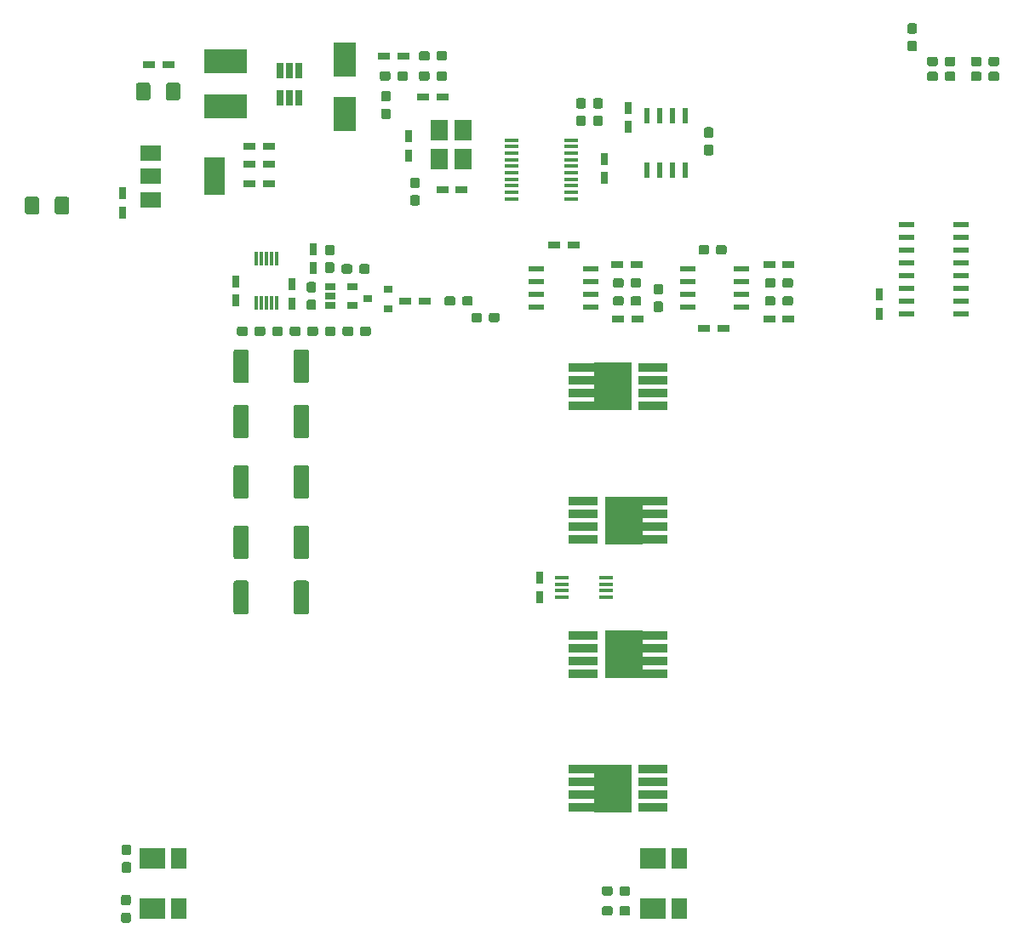
<source format=gbr>
G04 #@! TF.GenerationSoftware,KiCad,Pcbnew,(5.1.0-344-gd281f051e)*
G04 #@! TF.CreationDate,2019-04-25T22:00:11+09:00*
G04 #@! TF.ProjectId,driver,64726976-6572-42e6-9b69-6361645f7063,rev?*
G04 #@! TF.SameCoordinates,Original*
G04 #@! TF.FileFunction,Paste,Top*
G04 #@! TF.FilePolarity,Positive*
%FSLAX46Y46*%
G04 Gerber Fmt 4.6, Leading zero omitted, Abs format (unit mm)*
G04 Created by KiCad (PCBNEW (5.1.0-344-gd281f051e)) date 2019-04-25 22:00:11*
%MOMM*%
%LPD*%
G04 APERTURE LIST*
%ADD10R,0.750000X1.200000*%
%ADD11R,1.060000X0.650000*%
%ADD12R,0.600000X1.550000*%
%ADD13C,0.100000*%
%ADD14C,0.950000*%
%ADD15R,0.900000X0.800000*%
%ADD16R,1.200000X0.750000*%
%ADD17R,0.300000X1.400000*%
%ADD18R,1.450000X0.450000*%
%ADD19R,3.750000X4.700000*%
%ADD20R,2.950000X0.850000*%
%ADD21R,3.000000X0.850000*%
%ADD22R,2.300000X3.500000*%
%ADD23R,2.500000X2.100000*%
%ADD24R,1.500000X2.100000*%
%ADD25R,4.200000X2.400000*%
%ADD26C,1.425000*%
%ADD27C,1.525000*%
%ADD28R,0.650000X1.560000*%
%ADD29R,2.000000X3.800000*%
%ADD30R,2.000000X1.500000*%
%ADD31R,1.800000X2.100000*%
%ADD32R,1.550000X0.600000*%
%ADD33R,1.500000X0.600000*%
G04 APERTURE END LIST*
D10*
X99700000Y-88250000D03*
X99700000Y-86350000D03*
D11*
X103600000Y-90050000D03*
X103600000Y-91950000D03*
X101400000Y-91950000D03*
X101400000Y-91000000D03*
X101400000Y-90050000D03*
D10*
X92000000Y-91450000D03*
X92000000Y-89550000D03*
X131000000Y-72300000D03*
X131000000Y-74200000D03*
D12*
X132845000Y-73050000D03*
X134115000Y-73050000D03*
X135385000Y-73050000D03*
X136655000Y-73050000D03*
X136655000Y-78450000D03*
X135385000Y-78450000D03*
X134115000Y-78450000D03*
X132845000Y-78450000D03*
D13*
G36*
X159510779Y-63851144D02*
G01*
X159533834Y-63854563D01*
X159556443Y-63860227D01*
X159578387Y-63868079D01*
X159599457Y-63878044D01*
X159619448Y-63890026D01*
X159638168Y-63903910D01*
X159655438Y-63919562D01*
X159671090Y-63936832D01*
X159684974Y-63955552D01*
X159696956Y-63975543D01*
X159706921Y-63996613D01*
X159714773Y-64018557D01*
X159720437Y-64041166D01*
X159723856Y-64064221D01*
X159725000Y-64087500D01*
X159725000Y-64662500D01*
X159723856Y-64685779D01*
X159720437Y-64708834D01*
X159714773Y-64731443D01*
X159706921Y-64753387D01*
X159696956Y-64774457D01*
X159684974Y-64794448D01*
X159671090Y-64813168D01*
X159655438Y-64830438D01*
X159638168Y-64846090D01*
X159619448Y-64859974D01*
X159599457Y-64871956D01*
X159578387Y-64881921D01*
X159556443Y-64889773D01*
X159533834Y-64895437D01*
X159510779Y-64898856D01*
X159487500Y-64900000D01*
X159012500Y-64900000D01*
X158989221Y-64898856D01*
X158966166Y-64895437D01*
X158943557Y-64889773D01*
X158921613Y-64881921D01*
X158900543Y-64871956D01*
X158880552Y-64859974D01*
X158861832Y-64846090D01*
X158844562Y-64830438D01*
X158828910Y-64813168D01*
X158815026Y-64794448D01*
X158803044Y-64774457D01*
X158793079Y-64753387D01*
X158785227Y-64731443D01*
X158779563Y-64708834D01*
X158776144Y-64685779D01*
X158775000Y-64662500D01*
X158775000Y-64087500D01*
X158776144Y-64064221D01*
X158779563Y-64041166D01*
X158785227Y-64018557D01*
X158793079Y-63996613D01*
X158803044Y-63975543D01*
X158815026Y-63955552D01*
X158828910Y-63936832D01*
X158844562Y-63919562D01*
X158861832Y-63903910D01*
X158880552Y-63890026D01*
X158900543Y-63878044D01*
X158921613Y-63868079D01*
X158943557Y-63860227D01*
X158966166Y-63854563D01*
X158989221Y-63851144D01*
X159012500Y-63850000D01*
X159487500Y-63850000D01*
X159510779Y-63851144D01*
X159510779Y-63851144D01*
G37*
D14*
X159250000Y-64375000D03*
D13*
G36*
X159510779Y-65601144D02*
G01*
X159533834Y-65604563D01*
X159556443Y-65610227D01*
X159578387Y-65618079D01*
X159599457Y-65628044D01*
X159619448Y-65640026D01*
X159638168Y-65653910D01*
X159655438Y-65669562D01*
X159671090Y-65686832D01*
X159684974Y-65705552D01*
X159696956Y-65725543D01*
X159706921Y-65746613D01*
X159714773Y-65768557D01*
X159720437Y-65791166D01*
X159723856Y-65814221D01*
X159725000Y-65837500D01*
X159725000Y-66412500D01*
X159723856Y-66435779D01*
X159720437Y-66458834D01*
X159714773Y-66481443D01*
X159706921Y-66503387D01*
X159696956Y-66524457D01*
X159684974Y-66544448D01*
X159671090Y-66563168D01*
X159655438Y-66580438D01*
X159638168Y-66596090D01*
X159619448Y-66609974D01*
X159599457Y-66621956D01*
X159578387Y-66631921D01*
X159556443Y-66639773D01*
X159533834Y-66645437D01*
X159510779Y-66648856D01*
X159487500Y-66650000D01*
X159012500Y-66650000D01*
X158989221Y-66648856D01*
X158966166Y-66645437D01*
X158943557Y-66639773D01*
X158921613Y-66631921D01*
X158900543Y-66621956D01*
X158880552Y-66609974D01*
X158861832Y-66596090D01*
X158844562Y-66580438D01*
X158828910Y-66563168D01*
X158815026Y-66544448D01*
X158803044Y-66524457D01*
X158793079Y-66503387D01*
X158785227Y-66481443D01*
X158779563Y-66458834D01*
X158776144Y-66435779D01*
X158775000Y-66412500D01*
X158775000Y-65837500D01*
X158776144Y-65814221D01*
X158779563Y-65791166D01*
X158785227Y-65768557D01*
X158793079Y-65746613D01*
X158803044Y-65725543D01*
X158815026Y-65705552D01*
X158828910Y-65686832D01*
X158844562Y-65669562D01*
X158861832Y-65653910D01*
X158880552Y-65640026D01*
X158900543Y-65628044D01*
X158921613Y-65618079D01*
X158943557Y-65610227D01*
X158966166Y-65604563D01*
X158989221Y-65601144D01*
X159012500Y-65600000D01*
X159487500Y-65600000D01*
X159510779Y-65601144D01*
X159510779Y-65601144D01*
G37*
D14*
X159250000Y-66125000D03*
D13*
G36*
X92935779Y-94026144D02*
G01*
X92958834Y-94029563D01*
X92981443Y-94035227D01*
X93003387Y-94043079D01*
X93024457Y-94053044D01*
X93044448Y-94065026D01*
X93063168Y-94078910D01*
X93080438Y-94094562D01*
X93096090Y-94111832D01*
X93109974Y-94130552D01*
X93121956Y-94150543D01*
X93131921Y-94171613D01*
X93139773Y-94193557D01*
X93145437Y-94216166D01*
X93148856Y-94239221D01*
X93150000Y-94262500D01*
X93150000Y-94737500D01*
X93148856Y-94760779D01*
X93145437Y-94783834D01*
X93139773Y-94806443D01*
X93131921Y-94828387D01*
X93121956Y-94849457D01*
X93109974Y-94869448D01*
X93096090Y-94888168D01*
X93080438Y-94905438D01*
X93063168Y-94921090D01*
X93044448Y-94934974D01*
X93024457Y-94946956D01*
X93003387Y-94956921D01*
X92981443Y-94964773D01*
X92958834Y-94970437D01*
X92935779Y-94973856D01*
X92912500Y-94975000D01*
X92337500Y-94975000D01*
X92314221Y-94973856D01*
X92291166Y-94970437D01*
X92268557Y-94964773D01*
X92246613Y-94956921D01*
X92225543Y-94946956D01*
X92205552Y-94934974D01*
X92186832Y-94921090D01*
X92169562Y-94905438D01*
X92153910Y-94888168D01*
X92140026Y-94869448D01*
X92128044Y-94849457D01*
X92118079Y-94828387D01*
X92110227Y-94806443D01*
X92104563Y-94783834D01*
X92101144Y-94760779D01*
X92100000Y-94737500D01*
X92100000Y-94262500D01*
X92101144Y-94239221D01*
X92104563Y-94216166D01*
X92110227Y-94193557D01*
X92118079Y-94171613D01*
X92128044Y-94150543D01*
X92140026Y-94130552D01*
X92153910Y-94111832D01*
X92169562Y-94094562D01*
X92186832Y-94078910D01*
X92205552Y-94065026D01*
X92225543Y-94053044D01*
X92246613Y-94043079D01*
X92268557Y-94035227D01*
X92291166Y-94029563D01*
X92314221Y-94026144D01*
X92337500Y-94025000D01*
X92912500Y-94025000D01*
X92935779Y-94026144D01*
X92935779Y-94026144D01*
G37*
D14*
X92625000Y-94500000D03*
D13*
G36*
X94685779Y-94026144D02*
G01*
X94708834Y-94029563D01*
X94731443Y-94035227D01*
X94753387Y-94043079D01*
X94774457Y-94053044D01*
X94794448Y-94065026D01*
X94813168Y-94078910D01*
X94830438Y-94094562D01*
X94846090Y-94111832D01*
X94859974Y-94130552D01*
X94871956Y-94150543D01*
X94881921Y-94171613D01*
X94889773Y-94193557D01*
X94895437Y-94216166D01*
X94898856Y-94239221D01*
X94900000Y-94262500D01*
X94900000Y-94737500D01*
X94898856Y-94760779D01*
X94895437Y-94783834D01*
X94889773Y-94806443D01*
X94881921Y-94828387D01*
X94871956Y-94849457D01*
X94859974Y-94869448D01*
X94846090Y-94888168D01*
X94830438Y-94905438D01*
X94813168Y-94921090D01*
X94794448Y-94934974D01*
X94774457Y-94946956D01*
X94753387Y-94956921D01*
X94731443Y-94964773D01*
X94708834Y-94970437D01*
X94685779Y-94973856D01*
X94662500Y-94975000D01*
X94087500Y-94975000D01*
X94064221Y-94973856D01*
X94041166Y-94970437D01*
X94018557Y-94964773D01*
X93996613Y-94956921D01*
X93975543Y-94946956D01*
X93955552Y-94934974D01*
X93936832Y-94921090D01*
X93919562Y-94905438D01*
X93903910Y-94888168D01*
X93890026Y-94869448D01*
X93878044Y-94849457D01*
X93868079Y-94828387D01*
X93860227Y-94806443D01*
X93854563Y-94783834D01*
X93851144Y-94760779D01*
X93850000Y-94737500D01*
X93850000Y-94262500D01*
X93851144Y-94239221D01*
X93854563Y-94216166D01*
X93860227Y-94193557D01*
X93868079Y-94171613D01*
X93878044Y-94150543D01*
X93890026Y-94130552D01*
X93903910Y-94111832D01*
X93919562Y-94094562D01*
X93936832Y-94078910D01*
X93955552Y-94065026D01*
X93975543Y-94053044D01*
X93996613Y-94043079D01*
X94018557Y-94035227D01*
X94041166Y-94029563D01*
X94064221Y-94026144D01*
X94087500Y-94025000D01*
X94662500Y-94025000D01*
X94685779Y-94026144D01*
X94685779Y-94026144D01*
G37*
D14*
X94375000Y-94500000D03*
D13*
G36*
X96435779Y-94026144D02*
G01*
X96458834Y-94029563D01*
X96481443Y-94035227D01*
X96503387Y-94043079D01*
X96524457Y-94053044D01*
X96544448Y-94065026D01*
X96563168Y-94078910D01*
X96580438Y-94094562D01*
X96596090Y-94111832D01*
X96609974Y-94130552D01*
X96621956Y-94150543D01*
X96631921Y-94171613D01*
X96639773Y-94193557D01*
X96645437Y-94216166D01*
X96648856Y-94239221D01*
X96650000Y-94262500D01*
X96650000Y-94737500D01*
X96648856Y-94760779D01*
X96645437Y-94783834D01*
X96639773Y-94806443D01*
X96631921Y-94828387D01*
X96621956Y-94849457D01*
X96609974Y-94869448D01*
X96596090Y-94888168D01*
X96580438Y-94905438D01*
X96563168Y-94921090D01*
X96544448Y-94934974D01*
X96524457Y-94946956D01*
X96503387Y-94956921D01*
X96481443Y-94964773D01*
X96458834Y-94970437D01*
X96435779Y-94973856D01*
X96412500Y-94975000D01*
X95837500Y-94975000D01*
X95814221Y-94973856D01*
X95791166Y-94970437D01*
X95768557Y-94964773D01*
X95746613Y-94956921D01*
X95725543Y-94946956D01*
X95705552Y-94934974D01*
X95686832Y-94921090D01*
X95669562Y-94905438D01*
X95653910Y-94888168D01*
X95640026Y-94869448D01*
X95628044Y-94849457D01*
X95618079Y-94828387D01*
X95610227Y-94806443D01*
X95604563Y-94783834D01*
X95601144Y-94760779D01*
X95600000Y-94737500D01*
X95600000Y-94262500D01*
X95601144Y-94239221D01*
X95604563Y-94216166D01*
X95610227Y-94193557D01*
X95618079Y-94171613D01*
X95628044Y-94150543D01*
X95640026Y-94130552D01*
X95653910Y-94111832D01*
X95669562Y-94094562D01*
X95686832Y-94078910D01*
X95705552Y-94065026D01*
X95725543Y-94053044D01*
X95746613Y-94043079D01*
X95768557Y-94035227D01*
X95791166Y-94029563D01*
X95814221Y-94026144D01*
X95837500Y-94025000D01*
X96412500Y-94025000D01*
X96435779Y-94026144D01*
X96435779Y-94026144D01*
G37*
D14*
X96125000Y-94500000D03*
D13*
G36*
X98185779Y-94026144D02*
G01*
X98208834Y-94029563D01*
X98231443Y-94035227D01*
X98253387Y-94043079D01*
X98274457Y-94053044D01*
X98294448Y-94065026D01*
X98313168Y-94078910D01*
X98330438Y-94094562D01*
X98346090Y-94111832D01*
X98359974Y-94130552D01*
X98371956Y-94150543D01*
X98381921Y-94171613D01*
X98389773Y-94193557D01*
X98395437Y-94216166D01*
X98398856Y-94239221D01*
X98400000Y-94262500D01*
X98400000Y-94737500D01*
X98398856Y-94760779D01*
X98395437Y-94783834D01*
X98389773Y-94806443D01*
X98381921Y-94828387D01*
X98371956Y-94849457D01*
X98359974Y-94869448D01*
X98346090Y-94888168D01*
X98330438Y-94905438D01*
X98313168Y-94921090D01*
X98294448Y-94934974D01*
X98274457Y-94946956D01*
X98253387Y-94956921D01*
X98231443Y-94964773D01*
X98208834Y-94970437D01*
X98185779Y-94973856D01*
X98162500Y-94975000D01*
X97587500Y-94975000D01*
X97564221Y-94973856D01*
X97541166Y-94970437D01*
X97518557Y-94964773D01*
X97496613Y-94956921D01*
X97475543Y-94946956D01*
X97455552Y-94934974D01*
X97436832Y-94921090D01*
X97419562Y-94905438D01*
X97403910Y-94888168D01*
X97390026Y-94869448D01*
X97378044Y-94849457D01*
X97368079Y-94828387D01*
X97360227Y-94806443D01*
X97354563Y-94783834D01*
X97351144Y-94760779D01*
X97350000Y-94737500D01*
X97350000Y-94262500D01*
X97351144Y-94239221D01*
X97354563Y-94216166D01*
X97360227Y-94193557D01*
X97368079Y-94171613D01*
X97378044Y-94150543D01*
X97390026Y-94130552D01*
X97403910Y-94111832D01*
X97419562Y-94094562D01*
X97436832Y-94078910D01*
X97455552Y-94065026D01*
X97475543Y-94053044D01*
X97496613Y-94043079D01*
X97518557Y-94035227D01*
X97541166Y-94029563D01*
X97564221Y-94026144D01*
X97587500Y-94025000D01*
X98162500Y-94025000D01*
X98185779Y-94026144D01*
X98185779Y-94026144D01*
G37*
D14*
X97875000Y-94500000D03*
D13*
G36*
X99760779Y-91351144D02*
G01*
X99783834Y-91354563D01*
X99806443Y-91360227D01*
X99828387Y-91368079D01*
X99849457Y-91378044D01*
X99869448Y-91390026D01*
X99888168Y-91403910D01*
X99905438Y-91419562D01*
X99921090Y-91436832D01*
X99934974Y-91455552D01*
X99946956Y-91475543D01*
X99956921Y-91496613D01*
X99964773Y-91518557D01*
X99970437Y-91541166D01*
X99973856Y-91564221D01*
X99975000Y-91587500D01*
X99975000Y-92162500D01*
X99973856Y-92185779D01*
X99970437Y-92208834D01*
X99964773Y-92231443D01*
X99956921Y-92253387D01*
X99946956Y-92274457D01*
X99934974Y-92294448D01*
X99921090Y-92313168D01*
X99905438Y-92330438D01*
X99888168Y-92346090D01*
X99869448Y-92359974D01*
X99849457Y-92371956D01*
X99828387Y-92381921D01*
X99806443Y-92389773D01*
X99783834Y-92395437D01*
X99760779Y-92398856D01*
X99737500Y-92400000D01*
X99262500Y-92400000D01*
X99239221Y-92398856D01*
X99216166Y-92395437D01*
X99193557Y-92389773D01*
X99171613Y-92381921D01*
X99150543Y-92371956D01*
X99130552Y-92359974D01*
X99111832Y-92346090D01*
X99094562Y-92330438D01*
X99078910Y-92313168D01*
X99065026Y-92294448D01*
X99053044Y-92274457D01*
X99043079Y-92253387D01*
X99035227Y-92231443D01*
X99029563Y-92208834D01*
X99026144Y-92185779D01*
X99025000Y-92162500D01*
X99025000Y-91587500D01*
X99026144Y-91564221D01*
X99029563Y-91541166D01*
X99035227Y-91518557D01*
X99043079Y-91496613D01*
X99053044Y-91475543D01*
X99065026Y-91455552D01*
X99078910Y-91436832D01*
X99094562Y-91419562D01*
X99111832Y-91403910D01*
X99130552Y-91390026D01*
X99150543Y-91378044D01*
X99171613Y-91368079D01*
X99193557Y-91360227D01*
X99216166Y-91354563D01*
X99239221Y-91351144D01*
X99262500Y-91350000D01*
X99737500Y-91350000D01*
X99760779Y-91351144D01*
X99760779Y-91351144D01*
G37*
D14*
X99500000Y-91875000D03*
D13*
G36*
X99760779Y-89601144D02*
G01*
X99783834Y-89604563D01*
X99806443Y-89610227D01*
X99828387Y-89618079D01*
X99849457Y-89628044D01*
X99869448Y-89640026D01*
X99888168Y-89653910D01*
X99905438Y-89669562D01*
X99921090Y-89686832D01*
X99934974Y-89705552D01*
X99946956Y-89725543D01*
X99956921Y-89746613D01*
X99964773Y-89768557D01*
X99970437Y-89791166D01*
X99973856Y-89814221D01*
X99975000Y-89837500D01*
X99975000Y-90412500D01*
X99973856Y-90435779D01*
X99970437Y-90458834D01*
X99964773Y-90481443D01*
X99956921Y-90503387D01*
X99946956Y-90524457D01*
X99934974Y-90544448D01*
X99921090Y-90563168D01*
X99905438Y-90580438D01*
X99888168Y-90596090D01*
X99869448Y-90609974D01*
X99849457Y-90621956D01*
X99828387Y-90631921D01*
X99806443Y-90639773D01*
X99783834Y-90645437D01*
X99760779Y-90648856D01*
X99737500Y-90650000D01*
X99262500Y-90650000D01*
X99239221Y-90648856D01*
X99216166Y-90645437D01*
X99193557Y-90639773D01*
X99171613Y-90631921D01*
X99150543Y-90621956D01*
X99130552Y-90609974D01*
X99111832Y-90596090D01*
X99094562Y-90580438D01*
X99078910Y-90563168D01*
X99065026Y-90544448D01*
X99053044Y-90524457D01*
X99043079Y-90503387D01*
X99035227Y-90481443D01*
X99029563Y-90458834D01*
X99026144Y-90435779D01*
X99025000Y-90412500D01*
X99025000Y-89837500D01*
X99026144Y-89814221D01*
X99029563Y-89791166D01*
X99035227Y-89768557D01*
X99043079Y-89746613D01*
X99053044Y-89725543D01*
X99065026Y-89705552D01*
X99078910Y-89686832D01*
X99094562Y-89669562D01*
X99111832Y-89653910D01*
X99130552Y-89640026D01*
X99150543Y-89628044D01*
X99171613Y-89618079D01*
X99193557Y-89610227D01*
X99216166Y-89604563D01*
X99239221Y-89601144D01*
X99262500Y-89600000D01*
X99737500Y-89600000D01*
X99760779Y-89601144D01*
X99760779Y-89601144D01*
G37*
D14*
X99500000Y-90125000D03*
D13*
G36*
X105185779Y-94026144D02*
G01*
X105208834Y-94029563D01*
X105231443Y-94035227D01*
X105253387Y-94043079D01*
X105274457Y-94053044D01*
X105294448Y-94065026D01*
X105313168Y-94078910D01*
X105330438Y-94094562D01*
X105346090Y-94111832D01*
X105359974Y-94130552D01*
X105371956Y-94150543D01*
X105381921Y-94171613D01*
X105389773Y-94193557D01*
X105395437Y-94216166D01*
X105398856Y-94239221D01*
X105400000Y-94262500D01*
X105400000Y-94737500D01*
X105398856Y-94760779D01*
X105395437Y-94783834D01*
X105389773Y-94806443D01*
X105381921Y-94828387D01*
X105371956Y-94849457D01*
X105359974Y-94869448D01*
X105346090Y-94888168D01*
X105330438Y-94905438D01*
X105313168Y-94921090D01*
X105294448Y-94934974D01*
X105274457Y-94946956D01*
X105253387Y-94956921D01*
X105231443Y-94964773D01*
X105208834Y-94970437D01*
X105185779Y-94973856D01*
X105162500Y-94975000D01*
X104587500Y-94975000D01*
X104564221Y-94973856D01*
X104541166Y-94970437D01*
X104518557Y-94964773D01*
X104496613Y-94956921D01*
X104475543Y-94946956D01*
X104455552Y-94934974D01*
X104436832Y-94921090D01*
X104419562Y-94905438D01*
X104403910Y-94888168D01*
X104390026Y-94869448D01*
X104378044Y-94849457D01*
X104368079Y-94828387D01*
X104360227Y-94806443D01*
X104354563Y-94783834D01*
X104351144Y-94760779D01*
X104350000Y-94737500D01*
X104350000Y-94262500D01*
X104351144Y-94239221D01*
X104354563Y-94216166D01*
X104360227Y-94193557D01*
X104368079Y-94171613D01*
X104378044Y-94150543D01*
X104390026Y-94130552D01*
X104403910Y-94111832D01*
X104419562Y-94094562D01*
X104436832Y-94078910D01*
X104455552Y-94065026D01*
X104475543Y-94053044D01*
X104496613Y-94043079D01*
X104518557Y-94035227D01*
X104541166Y-94029563D01*
X104564221Y-94026144D01*
X104587500Y-94025000D01*
X105162500Y-94025000D01*
X105185779Y-94026144D01*
X105185779Y-94026144D01*
G37*
D14*
X104875000Y-94500000D03*
D13*
G36*
X103435779Y-94026144D02*
G01*
X103458834Y-94029563D01*
X103481443Y-94035227D01*
X103503387Y-94043079D01*
X103524457Y-94053044D01*
X103544448Y-94065026D01*
X103563168Y-94078910D01*
X103580438Y-94094562D01*
X103596090Y-94111832D01*
X103609974Y-94130552D01*
X103621956Y-94150543D01*
X103631921Y-94171613D01*
X103639773Y-94193557D01*
X103645437Y-94216166D01*
X103648856Y-94239221D01*
X103650000Y-94262500D01*
X103650000Y-94737500D01*
X103648856Y-94760779D01*
X103645437Y-94783834D01*
X103639773Y-94806443D01*
X103631921Y-94828387D01*
X103621956Y-94849457D01*
X103609974Y-94869448D01*
X103596090Y-94888168D01*
X103580438Y-94905438D01*
X103563168Y-94921090D01*
X103544448Y-94934974D01*
X103524457Y-94946956D01*
X103503387Y-94956921D01*
X103481443Y-94964773D01*
X103458834Y-94970437D01*
X103435779Y-94973856D01*
X103412500Y-94975000D01*
X102837500Y-94975000D01*
X102814221Y-94973856D01*
X102791166Y-94970437D01*
X102768557Y-94964773D01*
X102746613Y-94956921D01*
X102725543Y-94946956D01*
X102705552Y-94934974D01*
X102686832Y-94921090D01*
X102669562Y-94905438D01*
X102653910Y-94888168D01*
X102640026Y-94869448D01*
X102628044Y-94849457D01*
X102618079Y-94828387D01*
X102610227Y-94806443D01*
X102604563Y-94783834D01*
X102601144Y-94760779D01*
X102600000Y-94737500D01*
X102600000Y-94262500D01*
X102601144Y-94239221D01*
X102604563Y-94216166D01*
X102610227Y-94193557D01*
X102618079Y-94171613D01*
X102628044Y-94150543D01*
X102640026Y-94130552D01*
X102653910Y-94111832D01*
X102669562Y-94094562D01*
X102686832Y-94078910D01*
X102705552Y-94065026D01*
X102725543Y-94053044D01*
X102746613Y-94043079D01*
X102768557Y-94035227D01*
X102791166Y-94029563D01*
X102814221Y-94026144D01*
X102837500Y-94025000D01*
X103412500Y-94025000D01*
X103435779Y-94026144D01*
X103435779Y-94026144D01*
G37*
D14*
X103125000Y-94500000D03*
D13*
G36*
X101685779Y-94026144D02*
G01*
X101708834Y-94029563D01*
X101731443Y-94035227D01*
X101753387Y-94043079D01*
X101774457Y-94053044D01*
X101794448Y-94065026D01*
X101813168Y-94078910D01*
X101830438Y-94094562D01*
X101846090Y-94111832D01*
X101859974Y-94130552D01*
X101871956Y-94150543D01*
X101881921Y-94171613D01*
X101889773Y-94193557D01*
X101895437Y-94216166D01*
X101898856Y-94239221D01*
X101900000Y-94262500D01*
X101900000Y-94737500D01*
X101898856Y-94760779D01*
X101895437Y-94783834D01*
X101889773Y-94806443D01*
X101881921Y-94828387D01*
X101871956Y-94849457D01*
X101859974Y-94869448D01*
X101846090Y-94888168D01*
X101830438Y-94905438D01*
X101813168Y-94921090D01*
X101794448Y-94934974D01*
X101774457Y-94946956D01*
X101753387Y-94956921D01*
X101731443Y-94964773D01*
X101708834Y-94970437D01*
X101685779Y-94973856D01*
X101662500Y-94975000D01*
X101087500Y-94975000D01*
X101064221Y-94973856D01*
X101041166Y-94970437D01*
X101018557Y-94964773D01*
X100996613Y-94956921D01*
X100975543Y-94946956D01*
X100955552Y-94934974D01*
X100936832Y-94921090D01*
X100919562Y-94905438D01*
X100903910Y-94888168D01*
X100890026Y-94869448D01*
X100878044Y-94849457D01*
X100868079Y-94828387D01*
X100860227Y-94806443D01*
X100854563Y-94783834D01*
X100851144Y-94760779D01*
X100850000Y-94737500D01*
X100850000Y-94262500D01*
X100851144Y-94239221D01*
X100854563Y-94216166D01*
X100860227Y-94193557D01*
X100868079Y-94171613D01*
X100878044Y-94150543D01*
X100890026Y-94130552D01*
X100903910Y-94111832D01*
X100919562Y-94094562D01*
X100936832Y-94078910D01*
X100955552Y-94065026D01*
X100975543Y-94053044D01*
X100996613Y-94043079D01*
X101018557Y-94035227D01*
X101041166Y-94029563D01*
X101064221Y-94026144D01*
X101087500Y-94025000D01*
X101662500Y-94025000D01*
X101685779Y-94026144D01*
X101685779Y-94026144D01*
G37*
D14*
X101375000Y-94500000D03*
D13*
G36*
X99935779Y-94026144D02*
G01*
X99958834Y-94029563D01*
X99981443Y-94035227D01*
X100003387Y-94043079D01*
X100024457Y-94053044D01*
X100044448Y-94065026D01*
X100063168Y-94078910D01*
X100080438Y-94094562D01*
X100096090Y-94111832D01*
X100109974Y-94130552D01*
X100121956Y-94150543D01*
X100131921Y-94171613D01*
X100139773Y-94193557D01*
X100145437Y-94216166D01*
X100148856Y-94239221D01*
X100150000Y-94262500D01*
X100150000Y-94737500D01*
X100148856Y-94760779D01*
X100145437Y-94783834D01*
X100139773Y-94806443D01*
X100131921Y-94828387D01*
X100121956Y-94849457D01*
X100109974Y-94869448D01*
X100096090Y-94888168D01*
X100080438Y-94905438D01*
X100063168Y-94921090D01*
X100044448Y-94934974D01*
X100024457Y-94946956D01*
X100003387Y-94956921D01*
X99981443Y-94964773D01*
X99958834Y-94970437D01*
X99935779Y-94973856D01*
X99912500Y-94975000D01*
X99337500Y-94975000D01*
X99314221Y-94973856D01*
X99291166Y-94970437D01*
X99268557Y-94964773D01*
X99246613Y-94956921D01*
X99225543Y-94946956D01*
X99205552Y-94934974D01*
X99186832Y-94921090D01*
X99169562Y-94905438D01*
X99153910Y-94888168D01*
X99140026Y-94869448D01*
X99128044Y-94849457D01*
X99118079Y-94828387D01*
X99110227Y-94806443D01*
X99104563Y-94783834D01*
X99101144Y-94760779D01*
X99100000Y-94737500D01*
X99100000Y-94262500D01*
X99101144Y-94239221D01*
X99104563Y-94216166D01*
X99110227Y-94193557D01*
X99118079Y-94171613D01*
X99128044Y-94150543D01*
X99140026Y-94130552D01*
X99153910Y-94111832D01*
X99169562Y-94094562D01*
X99186832Y-94078910D01*
X99205552Y-94065026D01*
X99225543Y-94053044D01*
X99246613Y-94043079D01*
X99268557Y-94035227D01*
X99291166Y-94029563D01*
X99314221Y-94026144D01*
X99337500Y-94025000D01*
X99912500Y-94025000D01*
X99935779Y-94026144D01*
X99935779Y-94026144D01*
G37*
D14*
X99625000Y-94500000D03*
D13*
G36*
X105085779Y-87826144D02*
G01*
X105108834Y-87829563D01*
X105131443Y-87835227D01*
X105153387Y-87843079D01*
X105174457Y-87853044D01*
X105194448Y-87865026D01*
X105213168Y-87878910D01*
X105230438Y-87894562D01*
X105246090Y-87911832D01*
X105259974Y-87930552D01*
X105271956Y-87950543D01*
X105281921Y-87971613D01*
X105289773Y-87993557D01*
X105295437Y-88016166D01*
X105298856Y-88039221D01*
X105300000Y-88062500D01*
X105300000Y-88537500D01*
X105298856Y-88560779D01*
X105295437Y-88583834D01*
X105289773Y-88606443D01*
X105281921Y-88628387D01*
X105271956Y-88649457D01*
X105259974Y-88669448D01*
X105246090Y-88688168D01*
X105230438Y-88705438D01*
X105213168Y-88721090D01*
X105194448Y-88734974D01*
X105174457Y-88746956D01*
X105153387Y-88756921D01*
X105131443Y-88764773D01*
X105108834Y-88770437D01*
X105085779Y-88773856D01*
X105062500Y-88775000D01*
X104487500Y-88775000D01*
X104464221Y-88773856D01*
X104441166Y-88770437D01*
X104418557Y-88764773D01*
X104396613Y-88756921D01*
X104375543Y-88746956D01*
X104355552Y-88734974D01*
X104336832Y-88721090D01*
X104319562Y-88705438D01*
X104303910Y-88688168D01*
X104290026Y-88669448D01*
X104278044Y-88649457D01*
X104268079Y-88628387D01*
X104260227Y-88606443D01*
X104254563Y-88583834D01*
X104251144Y-88560779D01*
X104250000Y-88537500D01*
X104250000Y-88062500D01*
X104251144Y-88039221D01*
X104254563Y-88016166D01*
X104260227Y-87993557D01*
X104268079Y-87971613D01*
X104278044Y-87950543D01*
X104290026Y-87930552D01*
X104303910Y-87911832D01*
X104319562Y-87894562D01*
X104336832Y-87878910D01*
X104355552Y-87865026D01*
X104375543Y-87853044D01*
X104396613Y-87843079D01*
X104418557Y-87835227D01*
X104441166Y-87829563D01*
X104464221Y-87826144D01*
X104487500Y-87825000D01*
X105062500Y-87825000D01*
X105085779Y-87826144D01*
X105085779Y-87826144D01*
G37*
D14*
X104775000Y-88300000D03*
D13*
G36*
X103335779Y-87826144D02*
G01*
X103358834Y-87829563D01*
X103381443Y-87835227D01*
X103403387Y-87843079D01*
X103424457Y-87853044D01*
X103444448Y-87865026D01*
X103463168Y-87878910D01*
X103480438Y-87894562D01*
X103496090Y-87911832D01*
X103509974Y-87930552D01*
X103521956Y-87950543D01*
X103531921Y-87971613D01*
X103539773Y-87993557D01*
X103545437Y-88016166D01*
X103548856Y-88039221D01*
X103550000Y-88062500D01*
X103550000Y-88537500D01*
X103548856Y-88560779D01*
X103545437Y-88583834D01*
X103539773Y-88606443D01*
X103531921Y-88628387D01*
X103521956Y-88649457D01*
X103509974Y-88669448D01*
X103496090Y-88688168D01*
X103480438Y-88705438D01*
X103463168Y-88721090D01*
X103444448Y-88734974D01*
X103424457Y-88746956D01*
X103403387Y-88756921D01*
X103381443Y-88764773D01*
X103358834Y-88770437D01*
X103335779Y-88773856D01*
X103312500Y-88775000D01*
X102737500Y-88775000D01*
X102714221Y-88773856D01*
X102691166Y-88770437D01*
X102668557Y-88764773D01*
X102646613Y-88756921D01*
X102625543Y-88746956D01*
X102605552Y-88734974D01*
X102586832Y-88721090D01*
X102569562Y-88705438D01*
X102553910Y-88688168D01*
X102540026Y-88669448D01*
X102528044Y-88649457D01*
X102518079Y-88628387D01*
X102510227Y-88606443D01*
X102504563Y-88583834D01*
X102501144Y-88560779D01*
X102500000Y-88537500D01*
X102500000Y-88062500D01*
X102501144Y-88039221D01*
X102504563Y-88016166D01*
X102510227Y-87993557D01*
X102518079Y-87971613D01*
X102528044Y-87950543D01*
X102540026Y-87930552D01*
X102553910Y-87911832D01*
X102569562Y-87894562D01*
X102586832Y-87878910D01*
X102605552Y-87865026D01*
X102625543Y-87853044D01*
X102646613Y-87843079D01*
X102668557Y-87835227D01*
X102691166Y-87829563D01*
X102714221Y-87826144D01*
X102737500Y-87825000D01*
X103312500Y-87825000D01*
X103335779Y-87826144D01*
X103335779Y-87826144D01*
G37*
D14*
X103025000Y-88300000D03*
D13*
G36*
X101560779Y-85901144D02*
G01*
X101583834Y-85904563D01*
X101606443Y-85910227D01*
X101628387Y-85918079D01*
X101649457Y-85928044D01*
X101669448Y-85940026D01*
X101688168Y-85953910D01*
X101705438Y-85969562D01*
X101721090Y-85986832D01*
X101734974Y-86005552D01*
X101746956Y-86025543D01*
X101756921Y-86046613D01*
X101764773Y-86068557D01*
X101770437Y-86091166D01*
X101773856Y-86114221D01*
X101775000Y-86137500D01*
X101775000Y-86712500D01*
X101773856Y-86735779D01*
X101770437Y-86758834D01*
X101764773Y-86781443D01*
X101756921Y-86803387D01*
X101746956Y-86824457D01*
X101734974Y-86844448D01*
X101721090Y-86863168D01*
X101705438Y-86880438D01*
X101688168Y-86896090D01*
X101669448Y-86909974D01*
X101649457Y-86921956D01*
X101628387Y-86931921D01*
X101606443Y-86939773D01*
X101583834Y-86945437D01*
X101560779Y-86948856D01*
X101537500Y-86950000D01*
X101062500Y-86950000D01*
X101039221Y-86948856D01*
X101016166Y-86945437D01*
X100993557Y-86939773D01*
X100971613Y-86931921D01*
X100950543Y-86921956D01*
X100930552Y-86909974D01*
X100911832Y-86896090D01*
X100894562Y-86880438D01*
X100878910Y-86863168D01*
X100865026Y-86844448D01*
X100853044Y-86824457D01*
X100843079Y-86803387D01*
X100835227Y-86781443D01*
X100829563Y-86758834D01*
X100826144Y-86735779D01*
X100825000Y-86712500D01*
X100825000Y-86137500D01*
X100826144Y-86114221D01*
X100829563Y-86091166D01*
X100835227Y-86068557D01*
X100843079Y-86046613D01*
X100853044Y-86025543D01*
X100865026Y-86005552D01*
X100878910Y-85986832D01*
X100894562Y-85969562D01*
X100911832Y-85953910D01*
X100930552Y-85940026D01*
X100950543Y-85928044D01*
X100971613Y-85918079D01*
X100993557Y-85910227D01*
X101016166Y-85904563D01*
X101039221Y-85901144D01*
X101062500Y-85900000D01*
X101537500Y-85900000D01*
X101560779Y-85901144D01*
X101560779Y-85901144D01*
G37*
D14*
X101300000Y-86425000D03*
D13*
G36*
X101560779Y-87651144D02*
G01*
X101583834Y-87654563D01*
X101606443Y-87660227D01*
X101628387Y-87668079D01*
X101649457Y-87678044D01*
X101669448Y-87690026D01*
X101688168Y-87703910D01*
X101705438Y-87719562D01*
X101721090Y-87736832D01*
X101734974Y-87755552D01*
X101746956Y-87775543D01*
X101756921Y-87796613D01*
X101764773Y-87818557D01*
X101770437Y-87841166D01*
X101773856Y-87864221D01*
X101775000Y-87887500D01*
X101775000Y-88462500D01*
X101773856Y-88485779D01*
X101770437Y-88508834D01*
X101764773Y-88531443D01*
X101756921Y-88553387D01*
X101746956Y-88574457D01*
X101734974Y-88594448D01*
X101721090Y-88613168D01*
X101705438Y-88630438D01*
X101688168Y-88646090D01*
X101669448Y-88659974D01*
X101649457Y-88671956D01*
X101628387Y-88681921D01*
X101606443Y-88689773D01*
X101583834Y-88695437D01*
X101560779Y-88698856D01*
X101537500Y-88700000D01*
X101062500Y-88700000D01*
X101039221Y-88698856D01*
X101016166Y-88695437D01*
X100993557Y-88689773D01*
X100971613Y-88681921D01*
X100950543Y-88671956D01*
X100930552Y-88659974D01*
X100911832Y-88646090D01*
X100894562Y-88630438D01*
X100878910Y-88613168D01*
X100865026Y-88594448D01*
X100853044Y-88574457D01*
X100843079Y-88553387D01*
X100835227Y-88531443D01*
X100829563Y-88508834D01*
X100826144Y-88485779D01*
X100825000Y-88462500D01*
X100825000Y-87887500D01*
X100826144Y-87864221D01*
X100829563Y-87841166D01*
X100835227Y-87818557D01*
X100843079Y-87796613D01*
X100853044Y-87775543D01*
X100865026Y-87755552D01*
X100878910Y-87736832D01*
X100894562Y-87719562D01*
X100911832Y-87703910D01*
X100930552Y-87690026D01*
X100950543Y-87678044D01*
X100971613Y-87668079D01*
X100993557Y-87660227D01*
X101016166Y-87654563D01*
X101039221Y-87651144D01*
X101062500Y-87650000D01*
X101537500Y-87650000D01*
X101560779Y-87651144D01*
X101560779Y-87651144D01*
G37*
D14*
X101300000Y-88175000D03*
D13*
G36*
X134260779Y-89801144D02*
G01*
X134283834Y-89804563D01*
X134306443Y-89810227D01*
X134328387Y-89818079D01*
X134349457Y-89828044D01*
X134369448Y-89840026D01*
X134388168Y-89853910D01*
X134405438Y-89869562D01*
X134421090Y-89886832D01*
X134434974Y-89905552D01*
X134446956Y-89925543D01*
X134456921Y-89946613D01*
X134464773Y-89968557D01*
X134470437Y-89991166D01*
X134473856Y-90014221D01*
X134475000Y-90037500D01*
X134475000Y-90612500D01*
X134473856Y-90635779D01*
X134470437Y-90658834D01*
X134464773Y-90681443D01*
X134456921Y-90703387D01*
X134446956Y-90724457D01*
X134434974Y-90744448D01*
X134421090Y-90763168D01*
X134405438Y-90780438D01*
X134388168Y-90796090D01*
X134369448Y-90809974D01*
X134349457Y-90821956D01*
X134328387Y-90831921D01*
X134306443Y-90839773D01*
X134283834Y-90845437D01*
X134260779Y-90848856D01*
X134237500Y-90850000D01*
X133762500Y-90850000D01*
X133739221Y-90848856D01*
X133716166Y-90845437D01*
X133693557Y-90839773D01*
X133671613Y-90831921D01*
X133650543Y-90821956D01*
X133630552Y-90809974D01*
X133611832Y-90796090D01*
X133594562Y-90780438D01*
X133578910Y-90763168D01*
X133565026Y-90744448D01*
X133553044Y-90724457D01*
X133543079Y-90703387D01*
X133535227Y-90681443D01*
X133529563Y-90658834D01*
X133526144Y-90635779D01*
X133525000Y-90612500D01*
X133525000Y-90037500D01*
X133526144Y-90014221D01*
X133529563Y-89991166D01*
X133535227Y-89968557D01*
X133543079Y-89946613D01*
X133553044Y-89925543D01*
X133565026Y-89905552D01*
X133578910Y-89886832D01*
X133594562Y-89869562D01*
X133611832Y-89853910D01*
X133630552Y-89840026D01*
X133650543Y-89828044D01*
X133671613Y-89818079D01*
X133693557Y-89810227D01*
X133716166Y-89804563D01*
X133739221Y-89801144D01*
X133762500Y-89800000D01*
X134237500Y-89800000D01*
X134260779Y-89801144D01*
X134260779Y-89801144D01*
G37*
D14*
X134000000Y-90325000D03*
D13*
G36*
X134260779Y-91551144D02*
G01*
X134283834Y-91554563D01*
X134306443Y-91560227D01*
X134328387Y-91568079D01*
X134349457Y-91578044D01*
X134369448Y-91590026D01*
X134388168Y-91603910D01*
X134405438Y-91619562D01*
X134421090Y-91636832D01*
X134434974Y-91655552D01*
X134446956Y-91675543D01*
X134456921Y-91696613D01*
X134464773Y-91718557D01*
X134470437Y-91741166D01*
X134473856Y-91764221D01*
X134475000Y-91787500D01*
X134475000Y-92362500D01*
X134473856Y-92385779D01*
X134470437Y-92408834D01*
X134464773Y-92431443D01*
X134456921Y-92453387D01*
X134446956Y-92474457D01*
X134434974Y-92494448D01*
X134421090Y-92513168D01*
X134405438Y-92530438D01*
X134388168Y-92546090D01*
X134369448Y-92559974D01*
X134349457Y-92571956D01*
X134328387Y-92581921D01*
X134306443Y-92589773D01*
X134283834Y-92595437D01*
X134260779Y-92598856D01*
X134237500Y-92600000D01*
X133762500Y-92600000D01*
X133739221Y-92598856D01*
X133716166Y-92595437D01*
X133693557Y-92589773D01*
X133671613Y-92581921D01*
X133650543Y-92571956D01*
X133630552Y-92559974D01*
X133611832Y-92546090D01*
X133594562Y-92530438D01*
X133578910Y-92513168D01*
X133565026Y-92494448D01*
X133553044Y-92474457D01*
X133543079Y-92453387D01*
X133535227Y-92431443D01*
X133529563Y-92408834D01*
X133526144Y-92385779D01*
X133525000Y-92362500D01*
X133525000Y-91787500D01*
X133526144Y-91764221D01*
X133529563Y-91741166D01*
X133535227Y-91718557D01*
X133543079Y-91696613D01*
X133553044Y-91675543D01*
X133565026Y-91655552D01*
X133578910Y-91636832D01*
X133594562Y-91619562D01*
X133611832Y-91603910D01*
X133630552Y-91590026D01*
X133650543Y-91578044D01*
X133671613Y-91568079D01*
X133693557Y-91560227D01*
X133716166Y-91554563D01*
X133739221Y-91551144D01*
X133762500Y-91550000D01*
X134237500Y-91550000D01*
X134260779Y-91551144D01*
X134260779Y-91551144D01*
G37*
D14*
X134000000Y-92075000D03*
D13*
G36*
X140585779Y-85926144D02*
G01*
X140608834Y-85929563D01*
X140631443Y-85935227D01*
X140653387Y-85943079D01*
X140674457Y-85953044D01*
X140694448Y-85965026D01*
X140713168Y-85978910D01*
X140730438Y-85994562D01*
X140746090Y-86011832D01*
X140759974Y-86030552D01*
X140771956Y-86050543D01*
X140781921Y-86071613D01*
X140789773Y-86093557D01*
X140795437Y-86116166D01*
X140798856Y-86139221D01*
X140800000Y-86162500D01*
X140800000Y-86637500D01*
X140798856Y-86660779D01*
X140795437Y-86683834D01*
X140789773Y-86706443D01*
X140781921Y-86728387D01*
X140771956Y-86749457D01*
X140759974Y-86769448D01*
X140746090Y-86788168D01*
X140730438Y-86805438D01*
X140713168Y-86821090D01*
X140694448Y-86834974D01*
X140674457Y-86846956D01*
X140653387Y-86856921D01*
X140631443Y-86864773D01*
X140608834Y-86870437D01*
X140585779Y-86873856D01*
X140562500Y-86875000D01*
X139987500Y-86875000D01*
X139964221Y-86873856D01*
X139941166Y-86870437D01*
X139918557Y-86864773D01*
X139896613Y-86856921D01*
X139875543Y-86846956D01*
X139855552Y-86834974D01*
X139836832Y-86821090D01*
X139819562Y-86805438D01*
X139803910Y-86788168D01*
X139790026Y-86769448D01*
X139778044Y-86749457D01*
X139768079Y-86728387D01*
X139760227Y-86706443D01*
X139754563Y-86683834D01*
X139751144Y-86660779D01*
X139750000Y-86637500D01*
X139750000Y-86162500D01*
X139751144Y-86139221D01*
X139754563Y-86116166D01*
X139760227Y-86093557D01*
X139768079Y-86071613D01*
X139778044Y-86050543D01*
X139790026Y-86030552D01*
X139803910Y-86011832D01*
X139819562Y-85994562D01*
X139836832Y-85978910D01*
X139855552Y-85965026D01*
X139875543Y-85953044D01*
X139896613Y-85943079D01*
X139918557Y-85935227D01*
X139941166Y-85929563D01*
X139964221Y-85926144D01*
X139987500Y-85925000D01*
X140562500Y-85925000D01*
X140585779Y-85926144D01*
X140585779Y-85926144D01*
G37*
D14*
X140275000Y-86400000D03*
D13*
G36*
X138835779Y-85926144D02*
G01*
X138858834Y-85929563D01*
X138881443Y-85935227D01*
X138903387Y-85943079D01*
X138924457Y-85953044D01*
X138944448Y-85965026D01*
X138963168Y-85978910D01*
X138980438Y-85994562D01*
X138996090Y-86011832D01*
X139009974Y-86030552D01*
X139021956Y-86050543D01*
X139031921Y-86071613D01*
X139039773Y-86093557D01*
X139045437Y-86116166D01*
X139048856Y-86139221D01*
X139050000Y-86162500D01*
X139050000Y-86637500D01*
X139048856Y-86660779D01*
X139045437Y-86683834D01*
X139039773Y-86706443D01*
X139031921Y-86728387D01*
X139021956Y-86749457D01*
X139009974Y-86769448D01*
X138996090Y-86788168D01*
X138980438Y-86805438D01*
X138963168Y-86821090D01*
X138944448Y-86834974D01*
X138924457Y-86846956D01*
X138903387Y-86856921D01*
X138881443Y-86864773D01*
X138858834Y-86870437D01*
X138835779Y-86873856D01*
X138812500Y-86875000D01*
X138237500Y-86875000D01*
X138214221Y-86873856D01*
X138191166Y-86870437D01*
X138168557Y-86864773D01*
X138146613Y-86856921D01*
X138125543Y-86846956D01*
X138105552Y-86834974D01*
X138086832Y-86821090D01*
X138069562Y-86805438D01*
X138053910Y-86788168D01*
X138040026Y-86769448D01*
X138028044Y-86749457D01*
X138018079Y-86728387D01*
X138010227Y-86706443D01*
X138004563Y-86683834D01*
X138001144Y-86660779D01*
X138000000Y-86637500D01*
X138000000Y-86162500D01*
X138001144Y-86139221D01*
X138004563Y-86116166D01*
X138010227Y-86093557D01*
X138018079Y-86071613D01*
X138028044Y-86050543D01*
X138040026Y-86030552D01*
X138053910Y-86011832D01*
X138069562Y-85994562D01*
X138086832Y-85978910D01*
X138105552Y-85965026D01*
X138125543Y-85953044D01*
X138146613Y-85943079D01*
X138168557Y-85935227D01*
X138191166Y-85929563D01*
X138214221Y-85926144D01*
X138237500Y-85925000D01*
X138812500Y-85925000D01*
X138835779Y-85926144D01*
X138835779Y-85926144D01*
G37*
D14*
X138525000Y-86400000D03*
D15*
X105100000Y-91300000D03*
X107100000Y-90350000D03*
X107100000Y-92250000D03*
D10*
X97600000Y-89850000D03*
X97600000Y-91750000D03*
X122200000Y-119050000D03*
X122200000Y-120950000D03*
D16*
X95250000Y-79800000D03*
X93350000Y-79800000D03*
D17*
X96000000Y-87300000D03*
X95500000Y-87300000D03*
X95000000Y-87300000D03*
X94500000Y-87300000D03*
X94000000Y-87300000D03*
X94000000Y-91700000D03*
X94500000Y-91700000D03*
X95000000Y-91700000D03*
X95500000Y-91700000D03*
X96000000Y-91700000D03*
D18*
X119450000Y-75475000D03*
X119450000Y-76125000D03*
X119450000Y-76775000D03*
X119450000Y-77425000D03*
X119450000Y-78075000D03*
X119450000Y-78725000D03*
X119450000Y-79375000D03*
X119450000Y-80025000D03*
X119450000Y-80675000D03*
X119450000Y-81325000D03*
X125350000Y-81325000D03*
X125350000Y-80675000D03*
X125350000Y-80025000D03*
X125350000Y-79375000D03*
X125350000Y-78725000D03*
X125350000Y-78075000D03*
X125350000Y-77425000D03*
X125350000Y-76775000D03*
X125350000Y-76125000D03*
X125350000Y-75475000D03*
D13*
G36*
X111035779Y-66626144D02*
G01*
X111058834Y-66629563D01*
X111081443Y-66635227D01*
X111103387Y-66643079D01*
X111124457Y-66653044D01*
X111144448Y-66665026D01*
X111163168Y-66678910D01*
X111180438Y-66694562D01*
X111196090Y-66711832D01*
X111209974Y-66730552D01*
X111221956Y-66750543D01*
X111231921Y-66771613D01*
X111239773Y-66793557D01*
X111245437Y-66816166D01*
X111248856Y-66839221D01*
X111250000Y-66862500D01*
X111250000Y-67337500D01*
X111248856Y-67360779D01*
X111245437Y-67383834D01*
X111239773Y-67406443D01*
X111231921Y-67428387D01*
X111221956Y-67449457D01*
X111209974Y-67469448D01*
X111196090Y-67488168D01*
X111180438Y-67505438D01*
X111163168Y-67521090D01*
X111144448Y-67534974D01*
X111124457Y-67546956D01*
X111103387Y-67556921D01*
X111081443Y-67564773D01*
X111058834Y-67570437D01*
X111035779Y-67573856D01*
X111012500Y-67575000D01*
X110437500Y-67575000D01*
X110414221Y-67573856D01*
X110391166Y-67570437D01*
X110368557Y-67564773D01*
X110346613Y-67556921D01*
X110325543Y-67546956D01*
X110305552Y-67534974D01*
X110286832Y-67521090D01*
X110269562Y-67505438D01*
X110253910Y-67488168D01*
X110240026Y-67469448D01*
X110228044Y-67449457D01*
X110218079Y-67428387D01*
X110210227Y-67406443D01*
X110204563Y-67383834D01*
X110201144Y-67360779D01*
X110200000Y-67337500D01*
X110200000Y-66862500D01*
X110201144Y-66839221D01*
X110204563Y-66816166D01*
X110210227Y-66793557D01*
X110218079Y-66771613D01*
X110228044Y-66750543D01*
X110240026Y-66730552D01*
X110253910Y-66711832D01*
X110269562Y-66694562D01*
X110286832Y-66678910D01*
X110305552Y-66665026D01*
X110325543Y-66653044D01*
X110346613Y-66643079D01*
X110368557Y-66635227D01*
X110391166Y-66629563D01*
X110414221Y-66626144D01*
X110437500Y-66625000D01*
X111012500Y-66625000D01*
X111035779Y-66626144D01*
X111035779Y-66626144D01*
G37*
D14*
X110725000Y-67100000D03*
D13*
G36*
X112785779Y-66626144D02*
G01*
X112808834Y-66629563D01*
X112831443Y-66635227D01*
X112853387Y-66643079D01*
X112874457Y-66653044D01*
X112894448Y-66665026D01*
X112913168Y-66678910D01*
X112930438Y-66694562D01*
X112946090Y-66711832D01*
X112959974Y-66730552D01*
X112971956Y-66750543D01*
X112981921Y-66771613D01*
X112989773Y-66793557D01*
X112995437Y-66816166D01*
X112998856Y-66839221D01*
X113000000Y-66862500D01*
X113000000Y-67337500D01*
X112998856Y-67360779D01*
X112995437Y-67383834D01*
X112989773Y-67406443D01*
X112981921Y-67428387D01*
X112971956Y-67449457D01*
X112959974Y-67469448D01*
X112946090Y-67488168D01*
X112930438Y-67505438D01*
X112913168Y-67521090D01*
X112894448Y-67534974D01*
X112874457Y-67546956D01*
X112853387Y-67556921D01*
X112831443Y-67564773D01*
X112808834Y-67570437D01*
X112785779Y-67573856D01*
X112762500Y-67575000D01*
X112187500Y-67575000D01*
X112164221Y-67573856D01*
X112141166Y-67570437D01*
X112118557Y-67564773D01*
X112096613Y-67556921D01*
X112075543Y-67546956D01*
X112055552Y-67534974D01*
X112036832Y-67521090D01*
X112019562Y-67505438D01*
X112003910Y-67488168D01*
X111990026Y-67469448D01*
X111978044Y-67449457D01*
X111968079Y-67428387D01*
X111960227Y-67406443D01*
X111954563Y-67383834D01*
X111951144Y-67360779D01*
X111950000Y-67337500D01*
X111950000Y-66862500D01*
X111951144Y-66839221D01*
X111954563Y-66816166D01*
X111960227Y-66793557D01*
X111968079Y-66771613D01*
X111978044Y-66750543D01*
X111990026Y-66730552D01*
X112003910Y-66711832D01*
X112019562Y-66694562D01*
X112036832Y-66678910D01*
X112055552Y-66665026D01*
X112075543Y-66653044D01*
X112096613Y-66643079D01*
X112118557Y-66635227D01*
X112141166Y-66629563D01*
X112164221Y-66626144D01*
X112187500Y-66625000D01*
X112762500Y-66625000D01*
X112785779Y-66626144D01*
X112785779Y-66626144D01*
G37*
D14*
X112475000Y-67100000D03*
D19*
X129450000Y-100000000D03*
D20*
X133500000Y-101905000D03*
X133500000Y-100635000D03*
X133500000Y-99365000D03*
X133500000Y-98095000D03*
D21*
X126525000Y-98095000D03*
X126525000Y-99365000D03*
X126525000Y-100635000D03*
X126525000Y-101905000D03*
D19*
X129450000Y-140000000D03*
D20*
X133500000Y-141905000D03*
X133500000Y-140635000D03*
X133500000Y-139365000D03*
X133500000Y-138095000D03*
D21*
X126525000Y-138095000D03*
X126525000Y-139365000D03*
X126525000Y-140635000D03*
X126525000Y-141905000D03*
D19*
X130550000Y-113333300D03*
D20*
X126500000Y-111428300D03*
X126500000Y-112698300D03*
X126500000Y-113968300D03*
X126500000Y-115238300D03*
D21*
X133475000Y-115238300D03*
X133475000Y-113968300D03*
X133475000Y-112698300D03*
X133475000Y-111428300D03*
D19*
X130550000Y-126666700D03*
D20*
X126500000Y-124761700D03*
X126500000Y-126031700D03*
X126500000Y-127301700D03*
X126500000Y-128571700D03*
D21*
X133475000Y-128571700D03*
X133475000Y-127301700D03*
X133475000Y-126031700D03*
X133475000Y-124761700D03*
D16*
X106750000Y-67100000D03*
X108650000Y-67100000D03*
X85250000Y-67950000D03*
X83350000Y-67950000D03*
X112524999Y-71174999D03*
X110624999Y-71174999D03*
D10*
X128600000Y-77350000D03*
X128600000Y-79250000D03*
X156000000Y-90850000D03*
X156000000Y-92750000D03*
X80750000Y-82700000D03*
X80750000Y-80800000D03*
D16*
X95250000Y-77900000D03*
X93350000Y-77900000D03*
X95250000Y-76100000D03*
X93350000Y-76100000D03*
X114450000Y-80450000D03*
X112550000Y-80450000D03*
X108850000Y-91500000D03*
X110750000Y-91500000D03*
D10*
X109200000Y-77000000D03*
X109200000Y-75100000D03*
D16*
X123650000Y-85900000D03*
X125550000Y-85900000D03*
X140450000Y-94250000D03*
X138550000Y-94250000D03*
X129950000Y-87900000D03*
X131850000Y-87900000D03*
X145050000Y-87900000D03*
X146950000Y-87900000D03*
X130000000Y-93300000D03*
X131900000Y-93300000D03*
X146950000Y-93300000D03*
X145050000Y-93300000D03*
D22*
X102800000Y-67500000D03*
X102800000Y-72900000D03*
D23*
X133470000Y-152000000D03*
D24*
X136130000Y-152000000D03*
X86330000Y-152000000D03*
D23*
X83670000Y-152000000D03*
D24*
X86330000Y-147000000D03*
D23*
X83670000Y-147000000D03*
X133470000Y-147000000D03*
D24*
X136130000Y-147000000D03*
D25*
X91000000Y-67650000D03*
X91000000Y-72150000D03*
D13*
G36*
X107135779Y-68626144D02*
G01*
X107158834Y-68629563D01*
X107181443Y-68635227D01*
X107203387Y-68643079D01*
X107224457Y-68653044D01*
X107244448Y-68665026D01*
X107263168Y-68678910D01*
X107280438Y-68694562D01*
X107296090Y-68711832D01*
X107309974Y-68730552D01*
X107321956Y-68750543D01*
X107331921Y-68771613D01*
X107339773Y-68793557D01*
X107345437Y-68816166D01*
X107348856Y-68839221D01*
X107350000Y-68862500D01*
X107350000Y-69337500D01*
X107348856Y-69360779D01*
X107345437Y-69383834D01*
X107339773Y-69406443D01*
X107331921Y-69428387D01*
X107321956Y-69449457D01*
X107309974Y-69469448D01*
X107296090Y-69488168D01*
X107280438Y-69505438D01*
X107263168Y-69521090D01*
X107244448Y-69534974D01*
X107224457Y-69546956D01*
X107203387Y-69556921D01*
X107181443Y-69564773D01*
X107158834Y-69570437D01*
X107135779Y-69573856D01*
X107112500Y-69575000D01*
X106537500Y-69575000D01*
X106514221Y-69573856D01*
X106491166Y-69570437D01*
X106468557Y-69564773D01*
X106446613Y-69556921D01*
X106425543Y-69546956D01*
X106405552Y-69534974D01*
X106386832Y-69521090D01*
X106369562Y-69505438D01*
X106353910Y-69488168D01*
X106340026Y-69469448D01*
X106328044Y-69449457D01*
X106318079Y-69428387D01*
X106310227Y-69406443D01*
X106304563Y-69383834D01*
X106301144Y-69360779D01*
X106300000Y-69337500D01*
X106300000Y-68862500D01*
X106301144Y-68839221D01*
X106304563Y-68816166D01*
X106310227Y-68793557D01*
X106318079Y-68771613D01*
X106328044Y-68750543D01*
X106340026Y-68730552D01*
X106353910Y-68711832D01*
X106369562Y-68694562D01*
X106386832Y-68678910D01*
X106405552Y-68665026D01*
X106425543Y-68653044D01*
X106446613Y-68643079D01*
X106468557Y-68635227D01*
X106491166Y-68629563D01*
X106514221Y-68626144D01*
X106537500Y-68625000D01*
X107112500Y-68625000D01*
X107135779Y-68626144D01*
X107135779Y-68626144D01*
G37*
D14*
X106825000Y-69100000D03*
D13*
G36*
X108885779Y-68626144D02*
G01*
X108908834Y-68629563D01*
X108931443Y-68635227D01*
X108953387Y-68643079D01*
X108974457Y-68653044D01*
X108994448Y-68665026D01*
X109013168Y-68678910D01*
X109030438Y-68694562D01*
X109046090Y-68711832D01*
X109059974Y-68730552D01*
X109071956Y-68750543D01*
X109081921Y-68771613D01*
X109089773Y-68793557D01*
X109095437Y-68816166D01*
X109098856Y-68839221D01*
X109100000Y-68862500D01*
X109100000Y-69337500D01*
X109098856Y-69360779D01*
X109095437Y-69383834D01*
X109089773Y-69406443D01*
X109081921Y-69428387D01*
X109071956Y-69449457D01*
X109059974Y-69469448D01*
X109046090Y-69488168D01*
X109030438Y-69505438D01*
X109013168Y-69521090D01*
X108994448Y-69534974D01*
X108974457Y-69546956D01*
X108953387Y-69556921D01*
X108931443Y-69564773D01*
X108908834Y-69570437D01*
X108885779Y-69573856D01*
X108862500Y-69575000D01*
X108287500Y-69575000D01*
X108264221Y-69573856D01*
X108241166Y-69570437D01*
X108218557Y-69564773D01*
X108196613Y-69556921D01*
X108175543Y-69546956D01*
X108155552Y-69534974D01*
X108136832Y-69521090D01*
X108119562Y-69505438D01*
X108103910Y-69488168D01*
X108090026Y-69469448D01*
X108078044Y-69449457D01*
X108068079Y-69428387D01*
X108060227Y-69406443D01*
X108054563Y-69383834D01*
X108051144Y-69360779D01*
X108050000Y-69337500D01*
X108050000Y-68862500D01*
X108051144Y-68839221D01*
X108054563Y-68816166D01*
X108060227Y-68793557D01*
X108068079Y-68771613D01*
X108078044Y-68750543D01*
X108090026Y-68730552D01*
X108103910Y-68711832D01*
X108119562Y-68694562D01*
X108136832Y-68678910D01*
X108155552Y-68665026D01*
X108175543Y-68653044D01*
X108196613Y-68643079D01*
X108218557Y-68635227D01*
X108241166Y-68629563D01*
X108264221Y-68626144D01*
X108287500Y-68625000D01*
X108862500Y-68625000D01*
X108885779Y-68626144D01*
X108885779Y-68626144D01*
G37*
D14*
X108575000Y-69100000D03*
D13*
G36*
X107160779Y-70601144D02*
G01*
X107183834Y-70604563D01*
X107206443Y-70610227D01*
X107228387Y-70618079D01*
X107249457Y-70628044D01*
X107269448Y-70640026D01*
X107288168Y-70653910D01*
X107305438Y-70669562D01*
X107321090Y-70686832D01*
X107334974Y-70705552D01*
X107346956Y-70725543D01*
X107356921Y-70746613D01*
X107364773Y-70768557D01*
X107370437Y-70791166D01*
X107373856Y-70814221D01*
X107375000Y-70837500D01*
X107375000Y-71412500D01*
X107373856Y-71435779D01*
X107370437Y-71458834D01*
X107364773Y-71481443D01*
X107356921Y-71503387D01*
X107346956Y-71524457D01*
X107334974Y-71544448D01*
X107321090Y-71563168D01*
X107305438Y-71580438D01*
X107288168Y-71596090D01*
X107269448Y-71609974D01*
X107249457Y-71621956D01*
X107228387Y-71631921D01*
X107206443Y-71639773D01*
X107183834Y-71645437D01*
X107160779Y-71648856D01*
X107137500Y-71650000D01*
X106662500Y-71650000D01*
X106639221Y-71648856D01*
X106616166Y-71645437D01*
X106593557Y-71639773D01*
X106571613Y-71631921D01*
X106550543Y-71621956D01*
X106530552Y-71609974D01*
X106511832Y-71596090D01*
X106494562Y-71580438D01*
X106478910Y-71563168D01*
X106465026Y-71544448D01*
X106453044Y-71524457D01*
X106443079Y-71503387D01*
X106435227Y-71481443D01*
X106429563Y-71458834D01*
X106426144Y-71435779D01*
X106425000Y-71412500D01*
X106425000Y-70837500D01*
X106426144Y-70814221D01*
X106429563Y-70791166D01*
X106435227Y-70768557D01*
X106443079Y-70746613D01*
X106453044Y-70725543D01*
X106465026Y-70705552D01*
X106478910Y-70686832D01*
X106494562Y-70669562D01*
X106511832Y-70653910D01*
X106530552Y-70640026D01*
X106550543Y-70628044D01*
X106571613Y-70618079D01*
X106593557Y-70610227D01*
X106616166Y-70604563D01*
X106639221Y-70601144D01*
X106662500Y-70600000D01*
X107137500Y-70600000D01*
X107160779Y-70601144D01*
X107160779Y-70601144D01*
G37*
D14*
X106900000Y-71125000D03*
D13*
G36*
X107160779Y-72351144D02*
G01*
X107183834Y-72354563D01*
X107206443Y-72360227D01*
X107228387Y-72368079D01*
X107249457Y-72378044D01*
X107269448Y-72390026D01*
X107288168Y-72403910D01*
X107305438Y-72419562D01*
X107321090Y-72436832D01*
X107334974Y-72455552D01*
X107346956Y-72475543D01*
X107356921Y-72496613D01*
X107364773Y-72518557D01*
X107370437Y-72541166D01*
X107373856Y-72564221D01*
X107375000Y-72587500D01*
X107375000Y-73162500D01*
X107373856Y-73185779D01*
X107370437Y-73208834D01*
X107364773Y-73231443D01*
X107356921Y-73253387D01*
X107346956Y-73274457D01*
X107334974Y-73294448D01*
X107321090Y-73313168D01*
X107305438Y-73330438D01*
X107288168Y-73346090D01*
X107269448Y-73359974D01*
X107249457Y-73371956D01*
X107228387Y-73381921D01*
X107206443Y-73389773D01*
X107183834Y-73395437D01*
X107160779Y-73398856D01*
X107137500Y-73400000D01*
X106662500Y-73400000D01*
X106639221Y-73398856D01*
X106616166Y-73395437D01*
X106593557Y-73389773D01*
X106571613Y-73381921D01*
X106550543Y-73371956D01*
X106530552Y-73359974D01*
X106511832Y-73346090D01*
X106494562Y-73330438D01*
X106478910Y-73313168D01*
X106465026Y-73294448D01*
X106453044Y-73274457D01*
X106443079Y-73253387D01*
X106435227Y-73231443D01*
X106429563Y-73208834D01*
X106426144Y-73185779D01*
X106425000Y-73162500D01*
X106425000Y-72587500D01*
X106426144Y-72564221D01*
X106429563Y-72541166D01*
X106435227Y-72518557D01*
X106443079Y-72496613D01*
X106453044Y-72475543D01*
X106465026Y-72455552D01*
X106478910Y-72436832D01*
X106494562Y-72419562D01*
X106511832Y-72403910D01*
X106530552Y-72390026D01*
X106550543Y-72378044D01*
X106571613Y-72368079D01*
X106593557Y-72360227D01*
X106616166Y-72354563D01*
X106639221Y-72351144D01*
X106662500Y-72350000D01*
X107137500Y-72350000D01*
X107160779Y-72351144D01*
X107160779Y-72351144D01*
G37*
D14*
X106900000Y-72875000D03*
D13*
G36*
X111035779Y-68626144D02*
G01*
X111058834Y-68629563D01*
X111081443Y-68635227D01*
X111103387Y-68643079D01*
X111124457Y-68653044D01*
X111144448Y-68665026D01*
X111163168Y-68678910D01*
X111180438Y-68694562D01*
X111196090Y-68711832D01*
X111209974Y-68730552D01*
X111221956Y-68750543D01*
X111231921Y-68771613D01*
X111239773Y-68793557D01*
X111245437Y-68816166D01*
X111248856Y-68839221D01*
X111250000Y-68862500D01*
X111250000Y-69337500D01*
X111248856Y-69360779D01*
X111245437Y-69383834D01*
X111239773Y-69406443D01*
X111231921Y-69428387D01*
X111221956Y-69449457D01*
X111209974Y-69469448D01*
X111196090Y-69488168D01*
X111180438Y-69505438D01*
X111163168Y-69521090D01*
X111144448Y-69534974D01*
X111124457Y-69546956D01*
X111103387Y-69556921D01*
X111081443Y-69564773D01*
X111058834Y-69570437D01*
X111035779Y-69573856D01*
X111012500Y-69575000D01*
X110437500Y-69575000D01*
X110414221Y-69573856D01*
X110391166Y-69570437D01*
X110368557Y-69564773D01*
X110346613Y-69556921D01*
X110325543Y-69546956D01*
X110305552Y-69534974D01*
X110286832Y-69521090D01*
X110269562Y-69505438D01*
X110253910Y-69488168D01*
X110240026Y-69469448D01*
X110228044Y-69449457D01*
X110218079Y-69428387D01*
X110210227Y-69406443D01*
X110204563Y-69383834D01*
X110201144Y-69360779D01*
X110200000Y-69337500D01*
X110200000Y-68862500D01*
X110201144Y-68839221D01*
X110204563Y-68816166D01*
X110210227Y-68793557D01*
X110218079Y-68771613D01*
X110228044Y-68750543D01*
X110240026Y-68730552D01*
X110253910Y-68711832D01*
X110269562Y-68694562D01*
X110286832Y-68678910D01*
X110305552Y-68665026D01*
X110325543Y-68653044D01*
X110346613Y-68643079D01*
X110368557Y-68635227D01*
X110391166Y-68629563D01*
X110414221Y-68626144D01*
X110437500Y-68625000D01*
X111012500Y-68625000D01*
X111035779Y-68626144D01*
X111035779Y-68626144D01*
G37*
D14*
X110725000Y-69100000D03*
D13*
G36*
X112785779Y-68626144D02*
G01*
X112808834Y-68629563D01*
X112831443Y-68635227D01*
X112853387Y-68643079D01*
X112874457Y-68653044D01*
X112894448Y-68665026D01*
X112913168Y-68678910D01*
X112930438Y-68694562D01*
X112946090Y-68711832D01*
X112959974Y-68730552D01*
X112971956Y-68750543D01*
X112981921Y-68771613D01*
X112989773Y-68793557D01*
X112995437Y-68816166D01*
X112998856Y-68839221D01*
X113000000Y-68862500D01*
X113000000Y-69337500D01*
X112998856Y-69360779D01*
X112995437Y-69383834D01*
X112989773Y-69406443D01*
X112981921Y-69428387D01*
X112971956Y-69449457D01*
X112959974Y-69469448D01*
X112946090Y-69488168D01*
X112930438Y-69505438D01*
X112913168Y-69521090D01*
X112894448Y-69534974D01*
X112874457Y-69546956D01*
X112853387Y-69556921D01*
X112831443Y-69564773D01*
X112808834Y-69570437D01*
X112785779Y-69573856D01*
X112762500Y-69575000D01*
X112187500Y-69575000D01*
X112164221Y-69573856D01*
X112141166Y-69570437D01*
X112118557Y-69564773D01*
X112096613Y-69556921D01*
X112075543Y-69546956D01*
X112055552Y-69534974D01*
X112036832Y-69521090D01*
X112019562Y-69505438D01*
X112003910Y-69488168D01*
X111990026Y-69469448D01*
X111978044Y-69449457D01*
X111968079Y-69428387D01*
X111960227Y-69406443D01*
X111954563Y-69383834D01*
X111951144Y-69360779D01*
X111950000Y-69337500D01*
X111950000Y-68862500D01*
X111951144Y-68839221D01*
X111954563Y-68816166D01*
X111960227Y-68793557D01*
X111968079Y-68771613D01*
X111978044Y-68750543D01*
X111990026Y-68730552D01*
X112003910Y-68711832D01*
X112019562Y-68694562D01*
X112036832Y-68678910D01*
X112055552Y-68665026D01*
X112075543Y-68653044D01*
X112096613Y-68643079D01*
X112118557Y-68635227D01*
X112141166Y-68629563D01*
X112164221Y-68626144D01*
X112187500Y-68625000D01*
X112762500Y-68625000D01*
X112785779Y-68626144D01*
X112785779Y-68626144D01*
G37*
D14*
X112475000Y-69100000D03*
D13*
G36*
X72199504Y-81126204D02*
G01*
X72223773Y-81129804D01*
X72247571Y-81135765D01*
X72270671Y-81144030D01*
X72292849Y-81154520D01*
X72313893Y-81167133D01*
X72333598Y-81181747D01*
X72351777Y-81198223D01*
X72368253Y-81216402D01*
X72382867Y-81236107D01*
X72395480Y-81257151D01*
X72405970Y-81279329D01*
X72414235Y-81302429D01*
X72420196Y-81326227D01*
X72423796Y-81350496D01*
X72425000Y-81375000D01*
X72425000Y-82625000D01*
X72423796Y-82649504D01*
X72420196Y-82673773D01*
X72414235Y-82697571D01*
X72405970Y-82720671D01*
X72395480Y-82742849D01*
X72382867Y-82763893D01*
X72368253Y-82783598D01*
X72351777Y-82801777D01*
X72333598Y-82818253D01*
X72313893Y-82832867D01*
X72292849Y-82845480D01*
X72270671Y-82855970D01*
X72247571Y-82864235D01*
X72223773Y-82870196D01*
X72199504Y-82873796D01*
X72175000Y-82875000D01*
X71250000Y-82875000D01*
X71225496Y-82873796D01*
X71201227Y-82870196D01*
X71177429Y-82864235D01*
X71154329Y-82855970D01*
X71132151Y-82845480D01*
X71111107Y-82832867D01*
X71091402Y-82818253D01*
X71073223Y-82801777D01*
X71056747Y-82783598D01*
X71042133Y-82763893D01*
X71029520Y-82742849D01*
X71019030Y-82720671D01*
X71010765Y-82697571D01*
X71004804Y-82673773D01*
X71001204Y-82649504D01*
X71000000Y-82625000D01*
X71000000Y-81375000D01*
X71001204Y-81350496D01*
X71004804Y-81326227D01*
X71010765Y-81302429D01*
X71019030Y-81279329D01*
X71029520Y-81257151D01*
X71042133Y-81236107D01*
X71056747Y-81216402D01*
X71073223Y-81198223D01*
X71091402Y-81181747D01*
X71111107Y-81167133D01*
X71132151Y-81154520D01*
X71154329Y-81144030D01*
X71177429Y-81135765D01*
X71201227Y-81129804D01*
X71225496Y-81126204D01*
X71250000Y-81125000D01*
X72175000Y-81125000D01*
X72199504Y-81126204D01*
X72199504Y-81126204D01*
G37*
D26*
X71712500Y-82000000D03*
D13*
G36*
X75174504Y-81126204D02*
G01*
X75198773Y-81129804D01*
X75222571Y-81135765D01*
X75245671Y-81144030D01*
X75267849Y-81154520D01*
X75288893Y-81167133D01*
X75308598Y-81181747D01*
X75326777Y-81198223D01*
X75343253Y-81216402D01*
X75357867Y-81236107D01*
X75370480Y-81257151D01*
X75380970Y-81279329D01*
X75389235Y-81302429D01*
X75395196Y-81326227D01*
X75398796Y-81350496D01*
X75400000Y-81375000D01*
X75400000Y-82625000D01*
X75398796Y-82649504D01*
X75395196Y-82673773D01*
X75389235Y-82697571D01*
X75380970Y-82720671D01*
X75370480Y-82742849D01*
X75357867Y-82763893D01*
X75343253Y-82783598D01*
X75326777Y-82801777D01*
X75308598Y-82818253D01*
X75288893Y-82832867D01*
X75267849Y-82845480D01*
X75245671Y-82855970D01*
X75222571Y-82864235D01*
X75198773Y-82870196D01*
X75174504Y-82873796D01*
X75150000Y-82875000D01*
X74225000Y-82875000D01*
X74200496Y-82873796D01*
X74176227Y-82870196D01*
X74152429Y-82864235D01*
X74129329Y-82855970D01*
X74107151Y-82845480D01*
X74086107Y-82832867D01*
X74066402Y-82818253D01*
X74048223Y-82801777D01*
X74031747Y-82783598D01*
X74017133Y-82763893D01*
X74004520Y-82742849D01*
X73994030Y-82720671D01*
X73985765Y-82697571D01*
X73979804Y-82673773D01*
X73976204Y-82649504D01*
X73975000Y-82625000D01*
X73975000Y-81375000D01*
X73976204Y-81350496D01*
X73979804Y-81326227D01*
X73985765Y-81302429D01*
X73994030Y-81279329D01*
X74004520Y-81257151D01*
X74017133Y-81236107D01*
X74031747Y-81216402D01*
X74048223Y-81198223D01*
X74066402Y-81181747D01*
X74086107Y-81167133D01*
X74107151Y-81154520D01*
X74129329Y-81144030D01*
X74152429Y-81135765D01*
X74176227Y-81129804D01*
X74200496Y-81126204D01*
X74225000Y-81125000D01*
X75150000Y-81125000D01*
X75174504Y-81126204D01*
X75174504Y-81126204D01*
G37*
D26*
X74687500Y-82000000D03*
D13*
G36*
X116235779Y-92676144D02*
G01*
X116258834Y-92679563D01*
X116281443Y-92685227D01*
X116303387Y-92693079D01*
X116324457Y-92703044D01*
X116344448Y-92715026D01*
X116363168Y-92728910D01*
X116380438Y-92744562D01*
X116396090Y-92761832D01*
X116409974Y-92780552D01*
X116421956Y-92800543D01*
X116431921Y-92821613D01*
X116439773Y-92843557D01*
X116445437Y-92866166D01*
X116448856Y-92889221D01*
X116450000Y-92912500D01*
X116450000Y-93387500D01*
X116448856Y-93410779D01*
X116445437Y-93433834D01*
X116439773Y-93456443D01*
X116431921Y-93478387D01*
X116421956Y-93499457D01*
X116409974Y-93519448D01*
X116396090Y-93538168D01*
X116380438Y-93555438D01*
X116363168Y-93571090D01*
X116344448Y-93584974D01*
X116324457Y-93596956D01*
X116303387Y-93606921D01*
X116281443Y-93614773D01*
X116258834Y-93620437D01*
X116235779Y-93623856D01*
X116212500Y-93625000D01*
X115637500Y-93625000D01*
X115614221Y-93623856D01*
X115591166Y-93620437D01*
X115568557Y-93614773D01*
X115546613Y-93606921D01*
X115525543Y-93596956D01*
X115505552Y-93584974D01*
X115486832Y-93571090D01*
X115469562Y-93555438D01*
X115453910Y-93538168D01*
X115440026Y-93519448D01*
X115428044Y-93499457D01*
X115418079Y-93478387D01*
X115410227Y-93456443D01*
X115404563Y-93433834D01*
X115401144Y-93410779D01*
X115400000Y-93387500D01*
X115400000Y-92912500D01*
X115401144Y-92889221D01*
X115404563Y-92866166D01*
X115410227Y-92843557D01*
X115418079Y-92821613D01*
X115428044Y-92800543D01*
X115440026Y-92780552D01*
X115453910Y-92761832D01*
X115469562Y-92744562D01*
X115486832Y-92728910D01*
X115505552Y-92715026D01*
X115525543Y-92703044D01*
X115546613Y-92693079D01*
X115568557Y-92685227D01*
X115591166Y-92679563D01*
X115614221Y-92676144D01*
X115637500Y-92675000D01*
X116212500Y-92675000D01*
X116235779Y-92676144D01*
X116235779Y-92676144D01*
G37*
D14*
X115925000Y-93150000D03*
D13*
G36*
X117985779Y-92676144D02*
G01*
X118008834Y-92679563D01*
X118031443Y-92685227D01*
X118053387Y-92693079D01*
X118074457Y-92703044D01*
X118094448Y-92715026D01*
X118113168Y-92728910D01*
X118130438Y-92744562D01*
X118146090Y-92761832D01*
X118159974Y-92780552D01*
X118171956Y-92800543D01*
X118181921Y-92821613D01*
X118189773Y-92843557D01*
X118195437Y-92866166D01*
X118198856Y-92889221D01*
X118200000Y-92912500D01*
X118200000Y-93387500D01*
X118198856Y-93410779D01*
X118195437Y-93433834D01*
X118189773Y-93456443D01*
X118181921Y-93478387D01*
X118171956Y-93499457D01*
X118159974Y-93519448D01*
X118146090Y-93538168D01*
X118130438Y-93555438D01*
X118113168Y-93571090D01*
X118094448Y-93584974D01*
X118074457Y-93596956D01*
X118053387Y-93606921D01*
X118031443Y-93614773D01*
X118008834Y-93620437D01*
X117985779Y-93623856D01*
X117962500Y-93625000D01*
X117387500Y-93625000D01*
X117364221Y-93623856D01*
X117341166Y-93620437D01*
X117318557Y-93614773D01*
X117296613Y-93606921D01*
X117275543Y-93596956D01*
X117255552Y-93584974D01*
X117236832Y-93571090D01*
X117219562Y-93555438D01*
X117203910Y-93538168D01*
X117190026Y-93519448D01*
X117178044Y-93499457D01*
X117168079Y-93478387D01*
X117160227Y-93456443D01*
X117154563Y-93433834D01*
X117151144Y-93410779D01*
X117150000Y-93387500D01*
X117150000Y-92912500D01*
X117151144Y-92889221D01*
X117154563Y-92866166D01*
X117160227Y-92843557D01*
X117168079Y-92821613D01*
X117178044Y-92800543D01*
X117190026Y-92780552D01*
X117203910Y-92761832D01*
X117219562Y-92744562D01*
X117236832Y-92728910D01*
X117255552Y-92715026D01*
X117275543Y-92703044D01*
X117296613Y-92693079D01*
X117318557Y-92685227D01*
X117341166Y-92679563D01*
X117364221Y-92676144D01*
X117387500Y-92675000D01*
X117962500Y-92675000D01*
X117985779Y-92676144D01*
X117985779Y-92676144D01*
G37*
D14*
X117675000Y-93150000D03*
D13*
G36*
X115335779Y-91026144D02*
G01*
X115358834Y-91029563D01*
X115381443Y-91035227D01*
X115403387Y-91043079D01*
X115424457Y-91053044D01*
X115444448Y-91065026D01*
X115463168Y-91078910D01*
X115480438Y-91094562D01*
X115496090Y-91111832D01*
X115509974Y-91130552D01*
X115521956Y-91150543D01*
X115531921Y-91171613D01*
X115539773Y-91193557D01*
X115545437Y-91216166D01*
X115548856Y-91239221D01*
X115550000Y-91262500D01*
X115550000Y-91737500D01*
X115548856Y-91760779D01*
X115545437Y-91783834D01*
X115539773Y-91806443D01*
X115531921Y-91828387D01*
X115521956Y-91849457D01*
X115509974Y-91869448D01*
X115496090Y-91888168D01*
X115480438Y-91905438D01*
X115463168Y-91921090D01*
X115444448Y-91934974D01*
X115424457Y-91946956D01*
X115403387Y-91956921D01*
X115381443Y-91964773D01*
X115358834Y-91970437D01*
X115335779Y-91973856D01*
X115312500Y-91975000D01*
X114737500Y-91975000D01*
X114714221Y-91973856D01*
X114691166Y-91970437D01*
X114668557Y-91964773D01*
X114646613Y-91956921D01*
X114625543Y-91946956D01*
X114605552Y-91934974D01*
X114586832Y-91921090D01*
X114569562Y-91905438D01*
X114553910Y-91888168D01*
X114540026Y-91869448D01*
X114528044Y-91849457D01*
X114518079Y-91828387D01*
X114510227Y-91806443D01*
X114504563Y-91783834D01*
X114501144Y-91760779D01*
X114500000Y-91737500D01*
X114500000Y-91262500D01*
X114501144Y-91239221D01*
X114504563Y-91216166D01*
X114510227Y-91193557D01*
X114518079Y-91171613D01*
X114528044Y-91150543D01*
X114540026Y-91130552D01*
X114553910Y-91111832D01*
X114569562Y-91094562D01*
X114586832Y-91078910D01*
X114605552Y-91065026D01*
X114625543Y-91053044D01*
X114646613Y-91043079D01*
X114668557Y-91035227D01*
X114691166Y-91029563D01*
X114714221Y-91026144D01*
X114737500Y-91025000D01*
X115312500Y-91025000D01*
X115335779Y-91026144D01*
X115335779Y-91026144D01*
G37*
D14*
X115025000Y-91500000D03*
D13*
G36*
X113585779Y-91026144D02*
G01*
X113608834Y-91029563D01*
X113631443Y-91035227D01*
X113653387Y-91043079D01*
X113674457Y-91053044D01*
X113694448Y-91065026D01*
X113713168Y-91078910D01*
X113730438Y-91094562D01*
X113746090Y-91111832D01*
X113759974Y-91130552D01*
X113771956Y-91150543D01*
X113781921Y-91171613D01*
X113789773Y-91193557D01*
X113795437Y-91216166D01*
X113798856Y-91239221D01*
X113800000Y-91262500D01*
X113800000Y-91737500D01*
X113798856Y-91760779D01*
X113795437Y-91783834D01*
X113789773Y-91806443D01*
X113781921Y-91828387D01*
X113771956Y-91849457D01*
X113759974Y-91869448D01*
X113746090Y-91888168D01*
X113730438Y-91905438D01*
X113713168Y-91921090D01*
X113694448Y-91934974D01*
X113674457Y-91946956D01*
X113653387Y-91956921D01*
X113631443Y-91964773D01*
X113608834Y-91970437D01*
X113585779Y-91973856D01*
X113562500Y-91975000D01*
X112987500Y-91975000D01*
X112964221Y-91973856D01*
X112941166Y-91970437D01*
X112918557Y-91964773D01*
X112896613Y-91956921D01*
X112875543Y-91946956D01*
X112855552Y-91934974D01*
X112836832Y-91921090D01*
X112819562Y-91905438D01*
X112803910Y-91888168D01*
X112790026Y-91869448D01*
X112778044Y-91849457D01*
X112768079Y-91828387D01*
X112760227Y-91806443D01*
X112754563Y-91783834D01*
X112751144Y-91760779D01*
X112750000Y-91737500D01*
X112750000Y-91262500D01*
X112751144Y-91239221D01*
X112754563Y-91216166D01*
X112760227Y-91193557D01*
X112768079Y-91171613D01*
X112778044Y-91150543D01*
X112790026Y-91130552D01*
X112803910Y-91111832D01*
X112819562Y-91094562D01*
X112836832Y-91078910D01*
X112855552Y-91065026D01*
X112875543Y-91053044D01*
X112896613Y-91043079D01*
X112918557Y-91035227D01*
X112941166Y-91029563D01*
X112964221Y-91026144D01*
X112987500Y-91025000D01*
X113562500Y-91025000D01*
X113585779Y-91026144D01*
X113585779Y-91026144D01*
G37*
D14*
X113275000Y-91500000D03*
D13*
G36*
X110060779Y-79201144D02*
G01*
X110083834Y-79204563D01*
X110106443Y-79210227D01*
X110128387Y-79218079D01*
X110149457Y-79228044D01*
X110169448Y-79240026D01*
X110188168Y-79253910D01*
X110205438Y-79269562D01*
X110221090Y-79286832D01*
X110234974Y-79305552D01*
X110246956Y-79325543D01*
X110256921Y-79346613D01*
X110264773Y-79368557D01*
X110270437Y-79391166D01*
X110273856Y-79414221D01*
X110275000Y-79437500D01*
X110275000Y-80012500D01*
X110273856Y-80035779D01*
X110270437Y-80058834D01*
X110264773Y-80081443D01*
X110256921Y-80103387D01*
X110246956Y-80124457D01*
X110234974Y-80144448D01*
X110221090Y-80163168D01*
X110205438Y-80180438D01*
X110188168Y-80196090D01*
X110169448Y-80209974D01*
X110149457Y-80221956D01*
X110128387Y-80231921D01*
X110106443Y-80239773D01*
X110083834Y-80245437D01*
X110060779Y-80248856D01*
X110037500Y-80250000D01*
X109562500Y-80250000D01*
X109539221Y-80248856D01*
X109516166Y-80245437D01*
X109493557Y-80239773D01*
X109471613Y-80231921D01*
X109450543Y-80221956D01*
X109430552Y-80209974D01*
X109411832Y-80196090D01*
X109394562Y-80180438D01*
X109378910Y-80163168D01*
X109365026Y-80144448D01*
X109353044Y-80124457D01*
X109343079Y-80103387D01*
X109335227Y-80081443D01*
X109329563Y-80058834D01*
X109326144Y-80035779D01*
X109325000Y-80012500D01*
X109325000Y-79437500D01*
X109326144Y-79414221D01*
X109329563Y-79391166D01*
X109335227Y-79368557D01*
X109343079Y-79346613D01*
X109353044Y-79325543D01*
X109365026Y-79305552D01*
X109378910Y-79286832D01*
X109394562Y-79269562D01*
X109411832Y-79253910D01*
X109430552Y-79240026D01*
X109450543Y-79228044D01*
X109471613Y-79218079D01*
X109493557Y-79210227D01*
X109516166Y-79204563D01*
X109539221Y-79201144D01*
X109562500Y-79200000D01*
X110037500Y-79200000D01*
X110060779Y-79201144D01*
X110060779Y-79201144D01*
G37*
D14*
X109800000Y-79725000D03*
D13*
G36*
X110060779Y-80951144D02*
G01*
X110083834Y-80954563D01*
X110106443Y-80960227D01*
X110128387Y-80968079D01*
X110149457Y-80978044D01*
X110169448Y-80990026D01*
X110188168Y-81003910D01*
X110205438Y-81019562D01*
X110221090Y-81036832D01*
X110234974Y-81055552D01*
X110246956Y-81075543D01*
X110256921Y-81096613D01*
X110264773Y-81118557D01*
X110270437Y-81141166D01*
X110273856Y-81164221D01*
X110275000Y-81187500D01*
X110275000Y-81762500D01*
X110273856Y-81785779D01*
X110270437Y-81808834D01*
X110264773Y-81831443D01*
X110256921Y-81853387D01*
X110246956Y-81874457D01*
X110234974Y-81894448D01*
X110221090Y-81913168D01*
X110205438Y-81930438D01*
X110188168Y-81946090D01*
X110169448Y-81959974D01*
X110149457Y-81971956D01*
X110128387Y-81981921D01*
X110106443Y-81989773D01*
X110083834Y-81995437D01*
X110060779Y-81998856D01*
X110037500Y-82000000D01*
X109562500Y-82000000D01*
X109539221Y-81998856D01*
X109516166Y-81995437D01*
X109493557Y-81989773D01*
X109471613Y-81981921D01*
X109450543Y-81971956D01*
X109430552Y-81959974D01*
X109411832Y-81946090D01*
X109394562Y-81930438D01*
X109378910Y-81913168D01*
X109365026Y-81894448D01*
X109353044Y-81874457D01*
X109343079Y-81853387D01*
X109335227Y-81831443D01*
X109329563Y-81808834D01*
X109326144Y-81785779D01*
X109325000Y-81762500D01*
X109325000Y-81187500D01*
X109326144Y-81164221D01*
X109329563Y-81141166D01*
X109335227Y-81118557D01*
X109343079Y-81096613D01*
X109353044Y-81075543D01*
X109365026Y-81055552D01*
X109378910Y-81036832D01*
X109394562Y-81019562D01*
X109411832Y-81003910D01*
X109430552Y-80990026D01*
X109450543Y-80978044D01*
X109471613Y-80968079D01*
X109493557Y-80960227D01*
X109516166Y-80954563D01*
X109539221Y-80951144D01*
X109562500Y-80950000D01*
X110037500Y-80950000D01*
X110060779Y-80951144D01*
X110060779Y-80951144D01*
G37*
D14*
X109800000Y-81475000D03*
D13*
G36*
X129235779Y-149726144D02*
G01*
X129258834Y-149729563D01*
X129281443Y-149735227D01*
X129303387Y-149743079D01*
X129324457Y-149753044D01*
X129344448Y-149765026D01*
X129363168Y-149778910D01*
X129380438Y-149794562D01*
X129396090Y-149811832D01*
X129409974Y-149830552D01*
X129421956Y-149850543D01*
X129431921Y-149871613D01*
X129439773Y-149893557D01*
X129445437Y-149916166D01*
X129448856Y-149939221D01*
X129450000Y-149962500D01*
X129450000Y-150437500D01*
X129448856Y-150460779D01*
X129445437Y-150483834D01*
X129439773Y-150506443D01*
X129431921Y-150528387D01*
X129421956Y-150549457D01*
X129409974Y-150569448D01*
X129396090Y-150588168D01*
X129380438Y-150605438D01*
X129363168Y-150621090D01*
X129344448Y-150634974D01*
X129324457Y-150646956D01*
X129303387Y-150656921D01*
X129281443Y-150664773D01*
X129258834Y-150670437D01*
X129235779Y-150673856D01*
X129212500Y-150675000D01*
X128637500Y-150675000D01*
X128614221Y-150673856D01*
X128591166Y-150670437D01*
X128568557Y-150664773D01*
X128546613Y-150656921D01*
X128525543Y-150646956D01*
X128505552Y-150634974D01*
X128486832Y-150621090D01*
X128469562Y-150605438D01*
X128453910Y-150588168D01*
X128440026Y-150569448D01*
X128428044Y-150549457D01*
X128418079Y-150528387D01*
X128410227Y-150506443D01*
X128404563Y-150483834D01*
X128401144Y-150460779D01*
X128400000Y-150437500D01*
X128400000Y-149962500D01*
X128401144Y-149939221D01*
X128404563Y-149916166D01*
X128410227Y-149893557D01*
X128418079Y-149871613D01*
X128428044Y-149850543D01*
X128440026Y-149830552D01*
X128453910Y-149811832D01*
X128469562Y-149794562D01*
X128486832Y-149778910D01*
X128505552Y-149765026D01*
X128525543Y-149753044D01*
X128546613Y-149743079D01*
X128568557Y-149735227D01*
X128591166Y-149729563D01*
X128614221Y-149726144D01*
X128637500Y-149725000D01*
X129212500Y-149725000D01*
X129235779Y-149726144D01*
X129235779Y-149726144D01*
G37*
D14*
X128925000Y-150200000D03*
D13*
G36*
X130985779Y-149726144D02*
G01*
X131008834Y-149729563D01*
X131031443Y-149735227D01*
X131053387Y-149743079D01*
X131074457Y-149753044D01*
X131094448Y-149765026D01*
X131113168Y-149778910D01*
X131130438Y-149794562D01*
X131146090Y-149811832D01*
X131159974Y-149830552D01*
X131171956Y-149850543D01*
X131181921Y-149871613D01*
X131189773Y-149893557D01*
X131195437Y-149916166D01*
X131198856Y-149939221D01*
X131200000Y-149962500D01*
X131200000Y-150437500D01*
X131198856Y-150460779D01*
X131195437Y-150483834D01*
X131189773Y-150506443D01*
X131181921Y-150528387D01*
X131171956Y-150549457D01*
X131159974Y-150569448D01*
X131146090Y-150588168D01*
X131130438Y-150605438D01*
X131113168Y-150621090D01*
X131094448Y-150634974D01*
X131074457Y-150646956D01*
X131053387Y-150656921D01*
X131031443Y-150664773D01*
X131008834Y-150670437D01*
X130985779Y-150673856D01*
X130962500Y-150675000D01*
X130387500Y-150675000D01*
X130364221Y-150673856D01*
X130341166Y-150670437D01*
X130318557Y-150664773D01*
X130296613Y-150656921D01*
X130275543Y-150646956D01*
X130255552Y-150634974D01*
X130236832Y-150621090D01*
X130219562Y-150605438D01*
X130203910Y-150588168D01*
X130190026Y-150569448D01*
X130178044Y-150549457D01*
X130168079Y-150528387D01*
X130160227Y-150506443D01*
X130154563Y-150483834D01*
X130151144Y-150460779D01*
X130150000Y-150437500D01*
X130150000Y-149962500D01*
X130151144Y-149939221D01*
X130154563Y-149916166D01*
X130160227Y-149893557D01*
X130168079Y-149871613D01*
X130178044Y-149850543D01*
X130190026Y-149830552D01*
X130203910Y-149811832D01*
X130219562Y-149794562D01*
X130236832Y-149778910D01*
X130255552Y-149765026D01*
X130275543Y-149753044D01*
X130296613Y-149743079D01*
X130318557Y-149735227D01*
X130341166Y-149729563D01*
X130364221Y-149726144D01*
X130387500Y-149725000D01*
X130962500Y-149725000D01*
X130985779Y-149726144D01*
X130985779Y-149726144D01*
G37*
D14*
X130675000Y-150200000D03*
D13*
G36*
X81310779Y-150601144D02*
G01*
X81333834Y-150604563D01*
X81356443Y-150610227D01*
X81378387Y-150618079D01*
X81399457Y-150628044D01*
X81419448Y-150640026D01*
X81438168Y-150653910D01*
X81455438Y-150669562D01*
X81471090Y-150686832D01*
X81484974Y-150705552D01*
X81496956Y-150725543D01*
X81506921Y-150746613D01*
X81514773Y-150768557D01*
X81520437Y-150791166D01*
X81523856Y-150814221D01*
X81525000Y-150837500D01*
X81525000Y-151412500D01*
X81523856Y-151435779D01*
X81520437Y-151458834D01*
X81514773Y-151481443D01*
X81506921Y-151503387D01*
X81496956Y-151524457D01*
X81484974Y-151544448D01*
X81471090Y-151563168D01*
X81455438Y-151580438D01*
X81438168Y-151596090D01*
X81419448Y-151609974D01*
X81399457Y-151621956D01*
X81378387Y-151631921D01*
X81356443Y-151639773D01*
X81333834Y-151645437D01*
X81310779Y-151648856D01*
X81287500Y-151650000D01*
X80812500Y-151650000D01*
X80789221Y-151648856D01*
X80766166Y-151645437D01*
X80743557Y-151639773D01*
X80721613Y-151631921D01*
X80700543Y-151621956D01*
X80680552Y-151609974D01*
X80661832Y-151596090D01*
X80644562Y-151580438D01*
X80628910Y-151563168D01*
X80615026Y-151544448D01*
X80603044Y-151524457D01*
X80593079Y-151503387D01*
X80585227Y-151481443D01*
X80579563Y-151458834D01*
X80576144Y-151435779D01*
X80575000Y-151412500D01*
X80575000Y-150837500D01*
X80576144Y-150814221D01*
X80579563Y-150791166D01*
X80585227Y-150768557D01*
X80593079Y-150746613D01*
X80603044Y-150725543D01*
X80615026Y-150705552D01*
X80628910Y-150686832D01*
X80644562Y-150669562D01*
X80661832Y-150653910D01*
X80680552Y-150640026D01*
X80700543Y-150628044D01*
X80721613Y-150618079D01*
X80743557Y-150610227D01*
X80766166Y-150604563D01*
X80789221Y-150601144D01*
X80812500Y-150600000D01*
X81287500Y-150600000D01*
X81310779Y-150601144D01*
X81310779Y-150601144D01*
G37*
D14*
X81050000Y-151125000D03*
D13*
G36*
X81310779Y-152351144D02*
G01*
X81333834Y-152354563D01*
X81356443Y-152360227D01*
X81378387Y-152368079D01*
X81399457Y-152378044D01*
X81419448Y-152390026D01*
X81438168Y-152403910D01*
X81455438Y-152419562D01*
X81471090Y-152436832D01*
X81484974Y-152455552D01*
X81496956Y-152475543D01*
X81506921Y-152496613D01*
X81514773Y-152518557D01*
X81520437Y-152541166D01*
X81523856Y-152564221D01*
X81525000Y-152587500D01*
X81525000Y-153162500D01*
X81523856Y-153185779D01*
X81520437Y-153208834D01*
X81514773Y-153231443D01*
X81506921Y-153253387D01*
X81496956Y-153274457D01*
X81484974Y-153294448D01*
X81471090Y-153313168D01*
X81455438Y-153330438D01*
X81438168Y-153346090D01*
X81419448Y-153359974D01*
X81399457Y-153371956D01*
X81378387Y-153381921D01*
X81356443Y-153389773D01*
X81333834Y-153395437D01*
X81310779Y-153398856D01*
X81287500Y-153400000D01*
X80812500Y-153400000D01*
X80789221Y-153398856D01*
X80766166Y-153395437D01*
X80743557Y-153389773D01*
X80721613Y-153381921D01*
X80700543Y-153371956D01*
X80680552Y-153359974D01*
X80661832Y-153346090D01*
X80644562Y-153330438D01*
X80628910Y-153313168D01*
X80615026Y-153294448D01*
X80603044Y-153274457D01*
X80593079Y-153253387D01*
X80585227Y-153231443D01*
X80579563Y-153208834D01*
X80576144Y-153185779D01*
X80575000Y-153162500D01*
X80575000Y-152587500D01*
X80576144Y-152564221D01*
X80579563Y-152541166D01*
X80585227Y-152518557D01*
X80593079Y-152496613D01*
X80603044Y-152475543D01*
X80615026Y-152455552D01*
X80628910Y-152436832D01*
X80644562Y-152419562D01*
X80661832Y-152403910D01*
X80680552Y-152390026D01*
X80700543Y-152378044D01*
X80721613Y-152368079D01*
X80743557Y-152360227D01*
X80766166Y-152354563D01*
X80789221Y-152351144D01*
X80812500Y-152350000D01*
X81287500Y-152350000D01*
X81310779Y-152351144D01*
X81310779Y-152351144D01*
G37*
D14*
X81050000Y-152875000D03*
D13*
G36*
X81360779Y-145601144D02*
G01*
X81383834Y-145604563D01*
X81406443Y-145610227D01*
X81428387Y-145618079D01*
X81449457Y-145628044D01*
X81469448Y-145640026D01*
X81488168Y-145653910D01*
X81505438Y-145669562D01*
X81521090Y-145686832D01*
X81534974Y-145705552D01*
X81546956Y-145725543D01*
X81556921Y-145746613D01*
X81564773Y-145768557D01*
X81570437Y-145791166D01*
X81573856Y-145814221D01*
X81575000Y-145837500D01*
X81575000Y-146412500D01*
X81573856Y-146435779D01*
X81570437Y-146458834D01*
X81564773Y-146481443D01*
X81556921Y-146503387D01*
X81546956Y-146524457D01*
X81534974Y-146544448D01*
X81521090Y-146563168D01*
X81505438Y-146580438D01*
X81488168Y-146596090D01*
X81469448Y-146609974D01*
X81449457Y-146621956D01*
X81428387Y-146631921D01*
X81406443Y-146639773D01*
X81383834Y-146645437D01*
X81360779Y-146648856D01*
X81337500Y-146650000D01*
X80862500Y-146650000D01*
X80839221Y-146648856D01*
X80816166Y-146645437D01*
X80793557Y-146639773D01*
X80771613Y-146631921D01*
X80750543Y-146621956D01*
X80730552Y-146609974D01*
X80711832Y-146596090D01*
X80694562Y-146580438D01*
X80678910Y-146563168D01*
X80665026Y-146544448D01*
X80653044Y-146524457D01*
X80643079Y-146503387D01*
X80635227Y-146481443D01*
X80629563Y-146458834D01*
X80626144Y-146435779D01*
X80625000Y-146412500D01*
X80625000Y-145837500D01*
X80626144Y-145814221D01*
X80629563Y-145791166D01*
X80635227Y-145768557D01*
X80643079Y-145746613D01*
X80653044Y-145725543D01*
X80665026Y-145705552D01*
X80678910Y-145686832D01*
X80694562Y-145669562D01*
X80711832Y-145653910D01*
X80730552Y-145640026D01*
X80750543Y-145628044D01*
X80771613Y-145618079D01*
X80793557Y-145610227D01*
X80816166Y-145604563D01*
X80839221Y-145601144D01*
X80862500Y-145600000D01*
X81337500Y-145600000D01*
X81360779Y-145601144D01*
X81360779Y-145601144D01*
G37*
D14*
X81100000Y-146125000D03*
D13*
G36*
X81360779Y-147351144D02*
G01*
X81383834Y-147354563D01*
X81406443Y-147360227D01*
X81428387Y-147368079D01*
X81449457Y-147378044D01*
X81469448Y-147390026D01*
X81488168Y-147403910D01*
X81505438Y-147419562D01*
X81521090Y-147436832D01*
X81534974Y-147455552D01*
X81546956Y-147475543D01*
X81556921Y-147496613D01*
X81564773Y-147518557D01*
X81570437Y-147541166D01*
X81573856Y-147564221D01*
X81575000Y-147587500D01*
X81575000Y-148162500D01*
X81573856Y-148185779D01*
X81570437Y-148208834D01*
X81564773Y-148231443D01*
X81556921Y-148253387D01*
X81546956Y-148274457D01*
X81534974Y-148294448D01*
X81521090Y-148313168D01*
X81505438Y-148330438D01*
X81488168Y-148346090D01*
X81469448Y-148359974D01*
X81449457Y-148371956D01*
X81428387Y-148381921D01*
X81406443Y-148389773D01*
X81383834Y-148395437D01*
X81360779Y-148398856D01*
X81337500Y-148400000D01*
X80862500Y-148400000D01*
X80839221Y-148398856D01*
X80816166Y-148395437D01*
X80793557Y-148389773D01*
X80771613Y-148381921D01*
X80750543Y-148371956D01*
X80730552Y-148359974D01*
X80711832Y-148346090D01*
X80694562Y-148330438D01*
X80678910Y-148313168D01*
X80665026Y-148294448D01*
X80653044Y-148274457D01*
X80643079Y-148253387D01*
X80635227Y-148231443D01*
X80629563Y-148208834D01*
X80626144Y-148185779D01*
X80625000Y-148162500D01*
X80625000Y-147587500D01*
X80626144Y-147564221D01*
X80629563Y-147541166D01*
X80635227Y-147518557D01*
X80643079Y-147496613D01*
X80653044Y-147475543D01*
X80665026Y-147455552D01*
X80678910Y-147436832D01*
X80694562Y-147419562D01*
X80711832Y-147403910D01*
X80730552Y-147390026D01*
X80750543Y-147378044D01*
X80771613Y-147368079D01*
X80793557Y-147360227D01*
X80816166Y-147354563D01*
X80839221Y-147351144D01*
X80862500Y-147350000D01*
X81337500Y-147350000D01*
X81360779Y-147351144D01*
X81360779Y-147351144D01*
G37*
D14*
X81100000Y-147875000D03*
D13*
G36*
X130985779Y-151726144D02*
G01*
X131008834Y-151729563D01*
X131031443Y-151735227D01*
X131053387Y-151743079D01*
X131074457Y-151753044D01*
X131094448Y-151765026D01*
X131113168Y-151778910D01*
X131130438Y-151794562D01*
X131146090Y-151811832D01*
X131159974Y-151830552D01*
X131171956Y-151850543D01*
X131181921Y-151871613D01*
X131189773Y-151893557D01*
X131195437Y-151916166D01*
X131198856Y-151939221D01*
X131200000Y-151962500D01*
X131200000Y-152437500D01*
X131198856Y-152460779D01*
X131195437Y-152483834D01*
X131189773Y-152506443D01*
X131181921Y-152528387D01*
X131171956Y-152549457D01*
X131159974Y-152569448D01*
X131146090Y-152588168D01*
X131130438Y-152605438D01*
X131113168Y-152621090D01*
X131094448Y-152634974D01*
X131074457Y-152646956D01*
X131053387Y-152656921D01*
X131031443Y-152664773D01*
X131008834Y-152670437D01*
X130985779Y-152673856D01*
X130962500Y-152675000D01*
X130387500Y-152675000D01*
X130364221Y-152673856D01*
X130341166Y-152670437D01*
X130318557Y-152664773D01*
X130296613Y-152656921D01*
X130275543Y-152646956D01*
X130255552Y-152634974D01*
X130236832Y-152621090D01*
X130219562Y-152605438D01*
X130203910Y-152588168D01*
X130190026Y-152569448D01*
X130178044Y-152549457D01*
X130168079Y-152528387D01*
X130160227Y-152506443D01*
X130154563Y-152483834D01*
X130151144Y-152460779D01*
X130150000Y-152437500D01*
X130150000Y-151962500D01*
X130151144Y-151939221D01*
X130154563Y-151916166D01*
X130160227Y-151893557D01*
X130168079Y-151871613D01*
X130178044Y-151850543D01*
X130190026Y-151830552D01*
X130203910Y-151811832D01*
X130219562Y-151794562D01*
X130236832Y-151778910D01*
X130255552Y-151765026D01*
X130275543Y-151753044D01*
X130296613Y-151743079D01*
X130318557Y-151735227D01*
X130341166Y-151729563D01*
X130364221Y-151726144D01*
X130387500Y-151725000D01*
X130962500Y-151725000D01*
X130985779Y-151726144D01*
X130985779Y-151726144D01*
G37*
D14*
X130675000Y-152200000D03*
D13*
G36*
X129235779Y-151726144D02*
G01*
X129258834Y-151729563D01*
X129281443Y-151735227D01*
X129303387Y-151743079D01*
X129324457Y-151753044D01*
X129344448Y-151765026D01*
X129363168Y-151778910D01*
X129380438Y-151794562D01*
X129396090Y-151811832D01*
X129409974Y-151830552D01*
X129421956Y-151850543D01*
X129431921Y-151871613D01*
X129439773Y-151893557D01*
X129445437Y-151916166D01*
X129448856Y-151939221D01*
X129450000Y-151962500D01*
X129450000Y-152437500D01*
X129448856Y-152460779D01*
X129445437Y-152483834D01*
X129439773Y-152506443D01*
X129431921Y-152528387D01*
X129421956Y-152549457D01*
X129409974Y-152569448D01*
X129396090Y-152588168D01*
X129380438Y-152605438D01*
X129363168Y-152621090D01*
X129344448Y-152634974D01*
X129324457Y-152646956D01*
X129303387Y-152656921D01*
X129281443Y-152664773D01*
X129258834Y-152670437D01*
X129235779Y-152673856D01*
X129212500Y-152675000D01*
X128637500Y-152675000D01*
X128614221Y-152673856D01*
X128591166Y-152670437D01*
X128568557Y-152664773D01*
X128546613Y-152656921D01*
X128525543Y-152646956D01*
X128505552Y-152634974D01*
X128486832Y-152621090D01*
X128469562Y-152605438D01*
X128453910Y-152588168D01*
X128440026Y-152569448D01*
X128428044Y-152549457D01*
X128418079Y-152528387D01*
X128410227Y-152506443D01*
X128404563Y-152483834D01*
X128401144Y-152460779D01*
X128400000Y-152437500D01*
X128400000Y-151962500D01*
X128401144Y-151939221D01*
X128404563Y-151916166D01*
X128410227Y-151893557D01*
X128418079Y-151871613D01*
X128428044Y-151850543D01*
X128440026Y-151830552D01*
X128453910Y-151811832D01*
X128469562Y-151794562D01*
X128486832Y-151778910D01*
X128505552Y-151765026D01*
X128525543Y-151753044D01*
X128546613Y-151743079D01*
X128568557Y-151735227D01*
X128591166Y-151729563D01*
X128614221Y-151726144D01*
X128637500Y-151725000D01*
X129212500Y-151725000D01*
X129235779Y-151726144D01*
X129235779Y-151726144D01*
G37*
D14*
X128925000Y-152200000D03*
D13*
G36*
X132085779Y-89226144D02*
G01*
X132108834Y-89229563D01*
X132131443Y-89235227D01*
X132153387Y-89243079D01*
X132174457Y-89253044D01*
X132194448Y-89265026D01*
X132213168Y-89278910D01*
X132230438Y-89294562D01*
X132246090Y-89311832D01*
X132259974Y-89330552D01*
X132271956Y-89350543D01*
X132281921Y-89371613D01*
X132289773Y-89393557D01*
X132295437Y-89416166D01*
X132298856Y-89439221D01*
X132300000Y-89462500D01*
X132300000Y-89937500D01*
X132298856Y-89960779D01*
X132295437Y-89983834D01*
X132289773Y-90006443D01*
X132281921Y-90028387D01*
X132271956Y-90049457D01*
X132259974Y-90069448D01*
X132246090Y-90088168D01*
X132230438Y-90105438D01*
X132213168Y-90121090D01*
X132194448Y-90134974D01*
X132174457Y-90146956D01*
X132153387Y-90156921D01*
X132131443Y-90164773D01*
X132108834Y-90170437D01*
X132085779Y-90173856D01*
X132062500Y-90175000D01*
X131487500Y-90175000D01*
X131464221Y-90173856D01*
X131441166Y-90170437D01*
X131418557Y-90164773D01*
X131396613Y-90156921D01*
X131375543Y-90146956D01*
X131355552Y-90134974D01*
X131336832Y-90121090D01*
X131319562Y-90105438D01*
X131303910Y-90088168D01*
X131290026Y-90069448D01*
X131278044Y-90049457D01*
X131268079Y-90028387D01*
X131260227Y-90006443D01*
X131254563Y-89983834D01*
X131251144Y-89960779D01*
X131250000Y-89937500D01*
X131250000Y-89462500D01*
X131251144Y-89439221D01*
X131254563Y-89416166D01*
X131260227Y-89393557D01*
X131268079Y-89371613D01*
X131278044Y-89350543D01*
X131290026Y-89330552D01*
X131303910Y-89311832D01*
X131319562Y-89294562D01*
X131336832Y-89278910D01*
X131355552Y-89265026D01*
X131375543Y-89253044D01*
X131396613Y-89243079D01*
X131418557Y-89235227D01*
X131441166Y-89229563D01*
X131464221Y-89226144D01*
X131487500Y-89225000D01*
X132062500Y-89225000D01*
X132085779Y-89226144D01*
X132085779Y-89226144D01*
G37*
D14*
X131775000Y-89700000D03*
D13*
G36*
X130335779Y-89226144D02*
G01*
X130358834Y-89229563D01*
X130381443Y-89235227D01*
X130403387Y-89243079D01*
X130424457Y-89253044D01*
X130444448Y-89265026D01*
X130463168Y-89278910D01*
X130480438Y-89294562D01*
X130496090Y-89311832D01*
X130509974Y-89330552D01*
X130521956Y-89350543D01*
X130531921Y-89371613D01*
X130539773Y-89393557D01*
X130545437Y-89416166D01*
X130548856Y-89439221D01*
X130550000Y-89462500D01*
X130550000Y-89937500D01*
X130548856Y-89960779D01*
X130545437Y-89983834D01*
X130539773Y-90006443D01*
X130531921Y-90028387D01*
X130521956Y-90049457D01*
X130509974Y-90069448D01*
X130496090Y-90088168D01*
X130480438Y-90105438D01*
X130463168Y-90121090D01*
X130444448Y-90134974D01*
X130424457Y-90146956D01*
X130403387Y-90156921D01*
X130381443Y-90164773D01*
X130358834Y-90170437D01*
X130335779Y-90173856D01*
X130312500Y-90175000D01*
X129737500Y-90175000D01*
X129714221Y-90173856D01*
X129691166Y-90170437D01*
X129668557Y-90164773D01*
X129646613Y-90156921D01*
X129625543Y-90146956D01*
X129605552Y-90134974D01*
X129586832Y-90121090D01*
X129569562Y-90105438D01*
X129553910Y-90088168D01*
X129540026Y-90069448D01*
X129528044Y-90049457D01*
X129518079Y-90028387D01*
X129510227Y-90006443D01*
X129504563Y-89983834D01*
X129501144Y-89960779D01*
X129500000Y-89937500D01*
X129500000Y-89462500D01*
X129501144Y-89439221D01*
X129504563Y-89416166D01*
X129510227Y-89393557D01*
X129518079Y-89371613D01*
X129528044Y-89350543D01*
X129540026Y-89330552D01*
X129553910Y-89311832D01*
X129569562Y-89294562D01*
X129586832Y-89278910D01*
X129605552Y-89265026D01*
X129625543Y-89253044D01*
X129646613Y-89243079D01*
X129668557Y-89235227D01*
X129691166Y-89229563D01*
X129714221Y-89226144D01*
X129737500Y-89225000D01*
X130312500Y-89225000D01*
X130335779Y-89226144D01*
X130335779Y-89226144D01*
G37*
D14*
X130025000Y-89700000D03*
D13*
G36*
X145435779Y-89226144D02*
G01*
X145458834Y-89229563D01*
X145481443Y-89235227D01*
X145503387Y-89243079D01*
X145524457Y-89253044D01*
X145544448Y-89265026D01*
X145563168Y-89278910D01*
X145580438Y-89294562D01*
X145596090Y-89311832D01*
X145609974Y-89330552D01*
X145621956Y-89350543D01*
X145631921Y-89371613D01*
X145639773Y-89393557D01*
X145645437Y-89416166D01*
X145648856Y-89439221D01*
X145650000Y-89462500D01*
X145650000Y-89937500D01*
X145648856Y-89960779D01*
X145645437Y-89983834D01*
X145639773Y-90006443D01*
X145631921Y-90028387D01*
X145621956Y-90049457D01*
X145609974Y-90069448D01*
X145596090Y-90088168D01*
X145580438Y-90105438D01*
X145563168Y-90121090D01*
X145544448Y-90134974D01*
X145524457Y-90146956D01*
X145503387Y-90156921D01*
X145481443Y-90164773D01*
X145458834Y-90170437D01*
X145435779Y-90173856D01*
X145412500Y-90175000D01*
X144837500Y-90175000D01*
X144814221Y-90173856D01*
X144791166Y-90170437D01*
X144768557Y-90164773D01*
X144746613Y-90156921D01*
X144725543Y-90146956D01*
X144705552Y-90134974D01*
X144686832Y-90121090D01*
X144669562Y-90105438D01*
X144653910Y-90088168D01*
X144640026Y-90069448D01*
X144628044Y-90049457D01*
X144618079Y-90028387D01*
X144610227Y-90006443D01*
X144604563Y-89983834D01*
X144601144Y-89960779D01*
X144600000Y-89937500D01*
X144600000Y-89462500D01*
X144601144Y-89439221D01*
X144604563Y-89416166D01*
X144610227Y-89393557D01*
X144618079Y-89371613D01*
X144628044Y-89350543D01*
X144640026Y-89330552D01*
X144653910Y-89311832D01*
X144669562Y-89294562D01*
X144686832Y-89278910D01*
X144705552Y-89265026D01*
X144725543Y-89253044D01*
X144746613Y-89243079D01*
X144768557Y-89235227D01*
X144791166Y-89229563D01*
X144814221Y-89226144D01*
X144837500Y-89225000D01*
X145412500Y-89225000D01*
X145435779Y-89226144D01*
X145435779Y-89226144D01*
G37*
D14*
X145125000Y-89700000D03*
D13*
G36*
X147185779Y-89226144D02*
G01*
X147208834Y-89229563D01*
X147231443Y-89235227D01*
X147253387Y-89243079D01*
X147274457Y-89253044D01*
X147294448Y-89265026D01*
X147313168Y-89278910D01*
X147330438Y-89294562D01*
X147346090Y-89311832D01*
X147359974Y-89330552D01*
X147371956Y-89350543D01*
X147381921Y-89371613D01*
X147389773Y-89393557D01*
X147395437Y-89416166D01*
X147398856Y-89439221D01*
X147400000Y-89462500D01*
X147400000Y-89937500D01*
X147398856Y-89960779D01*
X147395437Y-89983834D01*
X147389773Y-90006443D01*
X147381921Y-90028387D01*
X147371956Y-90049457D01*
X147359974Y-90069448D01*
X147346090Y-90088168D01*
X147330438Y-90105438D01*
X147313168Y-90121090D01*
X147294448Y-90134974D01*
X147274457Y-90146956D01*
X147253387Y-90156921D01*
X147231443Y-90164773D01*
X147208834Y-90170437D01*
X147185779Y-90173856D01*
X147162500Y-90175000D01*
X146587500Y-90175000D01*
X146564221Y-90173856D01*
X146541166Y-90170437D01*
X146518557Y-90164773D01*
X146496613Y-90156921D01*
X146475543Y-90146956D01*
X146455552Y-90134974D01*
X146436832Y-90121090D01*
X146419562Y-90105438D01*
X146403910Y-90088168D01*
X146390026Y-90069448D01*
X146378044Y-90049457D01*
X146368079Y-90028387D01*
X146360227Y-90006443D01*
X146354563Y-89983834D01*
X146351144Y-89960779D01*
X146350000Y-89937500D01*
X146350000Y-89462500D01*
X146351144Y-89439221D01*
X146354563Y-89416166D01*
X146360227Y-89393557D01*
X146368079Y-89371613D01*
X146378044Y-89350543D01*
X146390026Y-89330552D01*
X146403910Y-89311832D01*
X146419562Y-89294562D01*
X146436832Y-89278910D01*
X146455552Y-89265026D01*
X146475543Y-89253044D01*
X146496613Y-89243079D01*
X146518557Y-89235227D01*
X146541166Y-89229563D01*
X146564221Y-89226144D01*
X146587500Y-89225000D01*
X147162500Y-89225000D01*
X147185779Y-89226144D01*
X147185779Y-89226144D01*
G37*
D14*
X146875000Y-89700000D03*
D13*
G36*
X132085779Y-91026144D02*
G01*
X132108834Y-91029563D01*
X132131443Y-91035227D01*
X132153387Y-91043079D01*
X132174457Y-91053044D01*
X132194448Y-91065026D01*
X132213168Y-91078910D01*
X132230438Y-91094562D01*
X132246090Y-91111832D01*
X132259974Y-91130552D01*
X132271956Y-91150543D01*
X132281921Y-91171613D01*
X132289773Y-91193557D01*
X132295437Y-91216166D01*
X132298856Y-91239221D01*
X132300000Y-91262500D01*
X132300000Y-91737500D01*
X132298856Y-91760779D01*
X132295437Y-91783834D01*
X132289773Y-91806443D01*
X132281921Y-91828387D01*
X132271956Y-91849457D01*
X132259974Y-91869448D01*
X132246090Y-91888168D01*
X132230438Y-91905438D01*
X132213168Y-91921090D01*
X132194448Y-91934974D01*
X132174457Y-91946956D01*
X132153387Y-91956921D01*
X132131443Y-91964773D01*
X132108834Y-91970437D01*
X132085779Y-91973856D01*
X132062500Y-91975000D01*
X131487500Y-91975000D01*
X131464221Y-91973856D01*
X131441166Y-91970437D01*
X131418557Y-91964773D01*
X131396613Y-91956921D01*
X131375543Y-91946956D01*
X131355552Y-91934974D01*
X131336832Y-91921090D01*
X131319562Y-91905438D01*
X131303910Y-91888168D01*
X131290026Y-91869448D01*
X131278044Y-91849457D01*
X131268079Y-91828387D01*
X131260227Y-91806443D01*
X131254563Y-91783834D01*
X131251144Y-91760779D01*
X131250000Y-91737500D01*
X131250000Y-91262500D01*
X131251144Y-91239221D01*
X131254563Y-91216166D01*
X131260227Y-91193557D01*
X131268079Y-91171613D01*
X131278044Y-91150543D01*
X131290026Y-91130552D01*
X131303910Y-91111832D01*
X131319562Y-91094562D01*
X131336832Y-91078910D01*
X131355552Y-91065026D01*
X131375543Y-91053044D01*
X131396613Y-91043079D01*
X131418557Y-91035227D01*
X131441166Y-91029563D01*
X131464221Y-91026144D01*
X131487500Y-91025000D01*
X132062500Y-91025000D01*
X132085779Y-91026144D01*
X132085779Y-91026144D01*
G37*
D14*
X131775000Y-91500000D03*
D13*
G36*
X130335779Y-91026144D02*
G01*
X130358834Y-91029563D01*
X130381443Y-91035227D01*
X130403387Y-91043079D01*
X130424457Y-91053044D01*
X130444448Y-91065026D01*
X130463168Y-91078910D01*
X130480438Y-91094562D01*
X130496090Y-91111832D01*
X130509974Y-91130552D01*
X130521956Y-91150543D01*
X130531921Y-91171613D01*
X130539773Y-91193557D01*
X130545437Y-91216166D01*
X130548856Y-91239221D01*
X130550000Y-91262500D01*
X130550000Y-91737500D01*
X130548856Y-91760779D01*
X130545437Y-91783834D01*
X130539773Y-91806443D01*
X130531921Y-91828387D01*
X130521956Y-91849457D01*
X130509974Y-91869448D01*
X130496090Y-91888168D01*
X130480438Y-91905438D01*
X130463168Y-91921090D01*
X130444448Y-91934974D01*
X130424457Y-91946956D01*
X130403387Y-91956921D01*
X130381443Y-91964773D01*
X130358834Y-91970437D01*
X130335779Y-91973856D01*
X130312500Y-91975000D01*
X129737500Y-91975000D01*
X129714221Y-91973856D01*
X129691166Y-91970437D01*
X129668557Y-91964773D01*
X129646613Y-91956921D01*
X129625543Y-91946956D01*
X129605552Y-91934974D01*
X129586832Y-91921090D01*
X129569562Y-91905438D01*
X129553910Y-91888168D01*
X129540026Y-91869448D01*
X129528044Y-91849457D01*
X129518079Y-91828387D01*
X129510227Y-91806443D01*
X129504563Y-91783834D01*
X129501144Y-91760779D01*
X129500000Y-91737500D01*
X129500000Y-91262500D01*
X129501144Y-91239221D01*
X129504563Y-91216166D01*
X129510227Y-91193557D01*
X129518079Y-91171613D01*
X129528044Y-91150543D01*
X129540026Y-91130552D01*
X129553910Y-91111832D01*
X129569562Y-91094562D01*
X129586832Y-91078910D01*
X129605552Y-91065026D01*
X129625543Y-91053044D01*
X129646613Y-91043079D01*
X129668557Y-91035227D01*
X129691166Y-91029563D01*
X129714221Y-91026144D01*
X129737500Y-91025000D01*
X130312500Y-91025000D01*
X130335779Y-91026144D01*
X130335779Y-91026144D01*
G37*
D14*
X130025000Y-91500000D03*
D13*
G36*
X145435779Y-91026144D02*
G01*
X145458834Y-91029563D01*
X145481443Y-91035227D01*
X145503387Y-91043079D01*
X145524457Y-91053044D01*
X145544448Y-91065026D01*
X145563168Y-91078910D01*
X145580438Y-91094562D01*
X145596090Y-91111832D01*
X145609974Y-91130552D01*
X145621956Y-91150543D01*
X145631921Y-91171613D01*
X145639773Y-91193557D01*
X145645437Y-91216166D01*
X145648856Y-91239221D01*
X145650000Y-91262500D01*
X145650000Y-91737500D01*
X145648856Y-91760779D01*
X145645437Y-91783834D01*
X145639773Y-91806443D01*
X145631921Y-91828387D01*
X145621956Y-91849457D01*
X145609974Y-91869448D01*
X145596090Y-91888168D01*
X145580438Y-91905438D01*
X145563168Y-91921090D01*
X145544448Y-91934974D01*
X145524457Y-91946956D01*
X145503387Y-91956921D01*
X145481443Y-91964773D01*
X145458834Y-91970437D01*
X145435779Y-91973856D01*
X145412500Y-91975000D01*
X144837500Y-91975000D01*
X144814221Y-91973856D01*
X144791166Y-91970437D01*
X144768557Y-91964773D01*
X144746613Y-91956921D01*
X144725543Y-91946956D01*
X144705552Y-91934974D01*
X144686832Y-91921090D01*
X144669562Y-91905438D01*
X144653910Y-91888168D01*
X144640026Y-91869448D01*
X144628044Y-91849457D01*
X144618079Y-91828387D01*
X144610227Y-91806443D01*
X144604563Y-91783834D01*
X144601144Y-91760779D01*
X144600000Y-91737500D01*
X144600000Y-91262500D01*
X144601144Y-91239221D01*
X144604563Y-91216166D01*
X144610227Y-91193557D01*
X144618079Y-91171613D01*
X144628044Y-91150543D01*
X144640026Y-91130552D01*
X144653910Y-91111832D01*
X144669562Y-91094562D01*
X144686832Y-91078910D01*
X144705552Y-91065026D01*
X144725543Y-91053044D01*
X144746613Y-91043079D01*
X144768557Y-91035227D01*
X144791166Y-91029563D01*
X144814221Y-91026144D01*
X144837500Y-91025000D01*
X145412500Y-91025000D01*
X145435779Y-91026144D01*
X145435779Y-91026144D01*
G37*
D14*
X145125000Y-91500000D03*
D13*
G36*
X147185779Y-91026144D02*
G01*
X147208834Y-91029563D01*
X147231443Y-91035227D01*
X147253387Y-91043079D01*
X147274457Y-91053044D01*
X147294448Y-91065026D01*
X147313168Y-91078910D01*
X147330438Y-91094562D01*
X147346090Y-91111832D01*
X147359974Y-91130552D01*
X147371956Y-91150543D01*
X147381921Y-91171613D01*
X147389773Y-91193557D01*
X147395437Y-91216166D01*
X147398856Y-91239221D01*
X147400000Y-91262500D01*
X147400000Y-91737500D01*
X147398856Y-91760779D01*
X147395437Y-91783834D01*
X147389773Y-91806443D01*
X147381921Y-91828387D01*
X147371956Y-91849457D01*
X147359974Y-91869448D01*
X147346090Y-91888168D01*
X147330438Y-91905438D01*
X147313168Y-91921090D01*
X147294448Y-91934974D01*
X147274457Y-91946956D01*
X147253387Y-91956921D01*
X147231443Y-91964773D01*
X147208834Y-91970437D01*
X147185779Y-91973856D01*
X147162500Y-91975000D01*
X146587500Y-91975000D01*
X146564221Y-91973856D01*
X146541166Y-91970437D01*
X146518557Y-91964773D01*
X146496613Y-91956921D01*
X146475543Y-91946956D01*
X146455552Y-91934974D01*
X146436832Y-91921090D01*
X146419562Y-91905438D01*
X146403910Y-91888168D01*
X146390026Y-91869448D01*
X146378044Y-91849457D01*
X146368079Y-91828387D01*
X146360227Y-91806443D01*
X146354563Y-91783834D01*
X146351144Y-91760779D01*
X146350000Y-91737500D01*
X146350000Y-91262500D01*
X146351144Y-91239221D01*
X146354563Y-91216166D01*
X146360227Y-91193557D01*
X146368079Y-91171613D01*
X146378044Y-91150543D01*
X146390026Y-91130552D01*
X146403910Y-91111832D01*
X146419562Y-91094562D01*
X146436832Y-91078910D01*
X146455552Y-91065026D01*
X146475543Y-91053044D01*
X146496613Y-91043079D01*
X146518557Y-91035227D01*
X146541166Y-91029563D01*
X146564221Y-91026144D01*
X146587500Y-91025000D01*
X147162500Y-91025000D01*
X147185779Y-91026144D01*
X147185779Y-91026144D01*
G37*
D14*
X146875000Y-91500000D03*
D13*
G36*
X139260779Y-75951144D02*
G01*
X139283834Y-75954563D01*
X139306443Y-75960227D01*
X139328387Y-75968079D01*
X139349457Y-75978044D01*
X139369448Y-75990026D01*
X139388168Y-76003910D01*
X139405438Y-76019562D01*
X139421090Y-76036832D01*
X139434974Y-76055552D01*
X139446956Y-76075543D01*
X139456921Y-76096613D01*
X139464773Y-76118557D01*
X139470437Y-76141166D01*
X139473856Y-76164221D01*
X139475000Y-76187500D01*
X139475000Y-76762500D01*
X139473856Y-76785779D01*
X139470437Y-76808834D01*
X139464773Y-76831443D01*
X139456921Y-76853387D01*
X139446956Y-76874457D01*
X139434974Y-76894448D01*
X139421090Y-76913168D01*
X139405438Y-76930438D01*
X139388168Y-76946090D01*
X139369448Y-76959974D01*
X139349457Y-76971956D01*
X139328387Y-76981921D01*
X139306443Y-76989773D01*
X139283834Y-76995437D01*
X139260779Y-76998856D01*
X139237500Y-77000000D01*
X138762500Y-77000000D01*
X138739221Y-76998856D01*
X138716166Y-76995437D01*
X138693557Y-76989773D01*
X138671613Y-76981921D01*
X138650543Y-76971956D01*
X138630552Y-76959974D01*
X138611832Y-76946090D01*
X138594562Y-76930438D01*
X138578910Y-76913168D01*
X138565026Y-76894448D01*
X138553044Y-76874457D01*
X138543079Y-76853387D01*
X138535227Y-76831443D01*
X138529563Y-76808834D01*
X138526144Y-76785779D01*
X138525000Y-76762500D01*
X138525000Y-76187500D01*
X138526144Y-76164221D01*
X138529563Y-76141166D01*
X138535227Y-76118557D01*
X138543079Y-76096613D01*
X138553044Y-76075543D01*
X138565026Y-76055552D01*
X138578910Y-76036832D01*
X138594562Y-76019562D01*
X138611832Y-76003910D01*
X138630552Y-75990026D01*
X138650543Y-75978044D01*
X138671613Y-75968079D01*
X138693557Y-75960227D01*
X138716166Y-75954563D01*
X138739221Y-75951144D01*
X138762500Y-75950000D01*
X139237500Y-75950000D01*
X139260779Y-75951144D01*
X139260779Y-75951144D01*
G37*
D14*
X139000000Y-76475000D03*
D13*
G36*
X139260779Y-74201144D02*
G01*
X139283834Y-74204563D01*
X139306443Y-74210227D01*
X139328387Y-74218079D01*
X139349457Y-74228044D01*
X139369448Y-74240026D01*
X139388168Y-74253910D01*
X139405438Y-74269562D01*
X139421090Y-74286832D01*
X139434974Y-74305552D01*
X139446956Y-74325543D01*
X139456921Y-74346613D01*
X139464773Y-74368557D01*
X139470437Y-74391166D01*
X139473856Y-74414221D01*
X139475000Y-74437500D01*
X139475000Y-75012500D01*
X139473856Y-75035779D01*
X139470437Y-75058834D01*
X139464773Y-75081443D01*
X139456921Y-75103387D01*
X139446956Y-75124457D01*
X139434974Y-75144448D01*
X139421090Y-75163168D01*
X139405438Y-75180438D01*
X139388168Y-75196090D01*
X139369448Y-75209974D01*
X139349457Y-75221956D01*
X139328387Y-75231921D01*
X139306443Y-75239773D01*
X139283834Y-75245437D01*
X139260779Y-75248856D01*
X139237500Y-75250000D01*
X138762500Y-75250000D01*
X138739221Y-75248856D01*
X138716166Y-75245437D01*
X138693557Y-75239773D01*
X138671613Y-75231921D01*
X138650543Y-75221956D01*
X138630552Y-75209974D01*
X138611832Y-75196090D01*
X138594562Y-75180438D01*
X138578910Y-75163168D01*
X138565026Y-75144448D01*
X138553044Y-75124457D01*
X138543079Y-75103387D01*
X138535227Y-75081443D01*
X138529563Y-75058834D01*
X138526144Y-75035779D01*
X138525000Y-75012500D01*
X138525000Y-74437500D01*
X138526144Y-74414221D01*
X138529563Y-74391166D01*
X138535227Y-74368557D01*
X138543079Y-74346613D01*
X138553044Y-74325543D01*
X138565026Y-74305552D01*
X138578910Y-74286832D01*
X138594562Y-74269562D01*
X138611832Y-74253910D01*
X138630552Y-74240026D01*
X138650543Y-74228044D01*
X138671613Y-74218079D01*
X138693557Y-74210227D01*
X138716166Y-74204563D01*
X138739221Y-74201144D01*
X138762500Y-74200000D01*
X139237500Y-74200000D01*
X139260779Y-74201144D01*
X139260779Y-74201144D01*
G37*
D14*
X139000000Y-74725000D03*
D13*
G36*
X126560779Y-71301144D02*
G01*
X126583834Y-71304563D01*
X126606443Y-71310227D01*
X126628387Y-71318079D01*
X126649457Y-71328044D01*
X126669448Y-71340026D01*
X126688168Y-71353910D01*
X126705438Y-71369562D01*
X126721090Y-71386832D01*
X126734974Y-71405552D01*
X126746956Y-71425543D01*
X126756921Y-71446613D01*
X126764773Y-71468557D01*
X126770437Y-71491166D01*
X126773856Y-71514221D01*
X126775000Y-71537500D01*
X126775000Y-72112500D01*
X126773856Y-72135779D01*
X126770437Y-72158834D01*
X126764773Y-72181443D01*
X126756921Y-72203387D01*
X126746956Y-72224457D01*
X126734974Y-72244448D01*
X126721090Y-72263168D01*
X126705438Y-72280438D01*
X126688168Y-72296090D01*
X126669448Y-72309974D01*
X126649457Y-72321956D01*
X126628387Y-72331921D01*
X126606443Y-72339773D01*
X126583834Y-72345437D01*
X126560779Y-72348856D01*
X126537500Y-72350000D01*
X126062500Y-72350000D01*
X126039221Y-72348856D01*
X126016166Y-72345437D01*
X125993557Y-72339773D01*
X125971613Y-72331921D01*
X125950543Y-72321956D01*
X125930552Y-72309974D01*
X125911832Y-72296090D01*
X125894562Y-72280438D01*
X125878910Y-72263168D01*
X125865026Y-72244448D01*
X125853044Y-72224457D01*
X125843079Y-72203387D01*
X125835227Y-72181443D01*
X125829563Y-72158834D01*
X125826144Y-72135779D01*
X125825000Y-72112500D01*
X125825000Y-71537500D01*
X125826144Y-71514221D01*
X125829563Y-71491166D01*
X125835227Y-71468557D01*
X125843079Y-71446613D01*
X125853044Y-71425543D01*
X125865026Y-71405552D01*
X125878910Y-71386832D01*
X125894562Y-71369562D01*
X125911832Y-71353910D01*
X125930552Y-71340026D01*
X125950543Y-71328044D01*
X125971613Y-71318079D01*
X125993557Y-71310227D01*
X126016166Y-71304563D01*
X126039221Y-71301144D01*
X126062500Y-71300000D01*
X126537500Y-71300000D01*
X126560779Y-71301144D01*
X126560779Y-71301144D01*
G37*
D14*
X126300000Y-71825000D03*
D13*
G36*
X126560779Y-73051144D02*
G01*
X126583834Y-73054563D01*
X126606443Y-73060227D01*
X126628387Y-73068079D01*
X126649457Y-73078044D01*
X126669448Y-73090026D01*
X126688168Y-73103910D01*
X126705438Y-73119562D01*
X126721090Y-73136832D01*
X126734974Y-73155552D01*
X126746956Y-73175543D01*
X126756921Y-73196613D01*
X126764773Y-73218557D01*
X126770437Y-73241166D01*
X126773856Y-73264221D01*
X126775000Y-73287500D01*
X126775000Y-73862500D01*
X126773856Y-73885779D01*
X126770437Y-73908834D01*
X126764773Y-73931443D01*
X126756921Y-73953387D01*
X126746956Y-73974457D01*
X126734974Y-73994448D01*
X126721090Y-74013168D01*
X126705438Y-74030438D01*
X126688168Y-74046090D01*
X126669448Y-74059974D01*
X126649457Y-74071956D01*
X126628387Y-74081921D01*
X126606443Y-74089773D01*
X126583834Y-74095437D01*
X126560779Y-74098856D01*
X126537500Y-74100000D01*
X126062500Y-74100000D01*
X126039221Y-74098856D01*
X126016166Y-74095437D01*
X125993557Y-74089773D01*
X125971613Y-74081921D01*
X125950543Y-74071956D01*
X125930552Y-74059974D01*
X125911832Y-74046090D01*
X125894562Y-74030438D01*
X125878910Y-74013168D01*
X125865026Y-73994448D01*
X125853044Y-73974457D01*
X125843079Y-73953387D01*
X125835227Y-73931443D01*
X125829563Y-73908834D01*
X125826144Y-73885779D01*
X125825000Y-73862500D01*
X125825000Y-73287500D01*
X125826144Y-73264221D01*
X125829563Y-73241166D01*
X125835227Y-73218557D01*
X125843079Y-73196613D01*
X125853044Y-73175543D01*
X125865026Y-73155552D01*
X125878910Y-73136832D01*
X125894562Y-73119562D01*
X125911832Y-73103910D01*
X125930552Y-73090026D01*
X125950543Y-73078044D01*
X125971613Y-73068079D01*
X125993557Y-73060227D01*
X126016166Y-73054563D01*
X126039221Y-73051144D01*
X126062500Y-73050000D01*
X126537500Y-73050000D01*
X126560779Y-73051144D01*
X126560779Y-73051144D01*
G37*
D14*
X126300000Y-73575000D03*
D13*
G36*
X128260779Y-73051144D02*
G01*
X128283834Y-73054563D01*
X128306443Y-73060227D01*
X128328387Y-73068079D01*
X128349457Y-73078044D01*
X128369448Y-73090026D01*
X128388168Y-73103910D01*
X128405438Y-73119562D01*
X128421090Y-73136832D01*
X128434974Y-73155552D01*
X128446956Y-73175543D01*
X128456921Y-73196613D01*
X128464773Y-73218557D01*
X128470437Y-73241166D01*
X128473856Y-73264221D01*
X128475000Y-73287500D01*
X128475000Y-73862500D01*
X128473856Y-73885779D01*
X128470437Y-73908834D01*
X128464773Y-73931443D01*
X128456921Y-73953387D01*
X128446956Y-73974457D01*
X128434974Y-73994448D01*
X128421090Y-74013168D01*
X128405438Y-74030438D01*
X128388168Y-74046090D01*
X128369448Y-74059974D01*
X128349457Y-74071956D01*
X128328387Y-74081921D01*
X128306443Y-74089773D01*
X128283834Y-74095437D01*
X128260779Y-74098856D01*
X128237500Y-74100000D01*
X127762500Y-74100000D01*
X127739221Y-74098856D01*
X127716166Y-74095437D01*
X127693557Y-74089773D01*
X127671613Y-74081921D01*
X127650543Y-74071956D01*
X127630552Y-74059974D01*
X127611832Y-74046090D01*
X127594562Y-74030438D01*
X127578910Y-74013168D01*
X127565026Y-73994448D01*
X127553044Y-73974457D01*
X127543079Y-73953387D01*
X127535227Y-73931443D01*
X127529563Y-73908834D01*
X127526144Y-73885779D01*
X127525000Y-73862500D01*
X127525000Y-73287500D01*
X127526144Y-73264221D01*
X127529563Y-73241166D01*
X127535227Y-73218557D01*
X127543079Y-73196613D01*
X127553044Y-73175543D01*
X127565026Y-73155552D01*
X127578910Y-73136832D01*
X127594562Y-73119562D01*
X127611832Y-73103910D01*
X127630552Y-73090026D01*
X127650543Y-73078044D01*
X127671613Y-73068079D01*
X127693557Y-73060227D01*
X127716166Y-73054563D01*
X127739221Y-73051144D01*
X127762500Y-73050000D01*
X128237500Y-73050000D01*
X128260779Y-73051144D01*
X128260779Y-73051144D01*
G37*
D14*
X128000000Y-73575000D03*
D13*
G36*
X128260779Y-71301144D02*
G01*
X128283834Y-71304563D01*
X128306443Y-71310227D01*
X128328387Y-71318079D01*
X128349457Y-71328044D01*
X128369448Y-71340026D01*
X128388168Y-71353910D01*
X128405438Y-71369562D01*
X128421090Y-71386832D01*
X128434974Y-71405552D01*
X128446956Y-71425543D01*
X128456921Y-71446613D01*
X128464773Y-71468557D01*
X128470437Y-71491166D01*
X128473856Y-71514221D01*
X128475000Y-71537500D01*
X128475000Y-72112500D01*
X128473856Y-72135779D01*
X128470437Y-72158834D01*
X128464773Y-72181443D01*
X128456921Y-72203387D01*
X128446956Y-72224457D01*
X128434974Y-72244448D01*
X128421090Y-72263168D01*
X128405438Y-72280438D01*
X128388168Y-72296090D01*
X128369448Y-72309974D01*
X128349457Y-72321956D01*
X128328387Y-72331921D01*
X128306443Y-72339773D01*
X128283834Y-72345437D01*
X128260779Y-72348856D01*
X128237500Y-72350000D01*
X127762500Y-72350000D01*
X127739221Y-72348856D01*
X127716166Y-72345437D01*
X127693557Y-72339773D01*
X127671613Y-72331921D01*
X127650543Y-72321956D01*
X127630552Y-72309974D01*
X127611832Y-72296090D01*
X127594562Y-72280438D01*
X127578910Y-72263168D01*
X127565026Y-72244448D01*
X127553044Y-72224457D01*
X127543079Y-72203387D01*
X127535227Y-72181443D01*
X127529563Y-72158834D01*
X127526144Y-72135779D01*
X127525000Y-72112500D01*
X127525000Y-71537500D01*
X127526144Y-71514221D01*
X127529563Y-71491166D01*
X127535227Y-71468557D01*
X127543079Y-71446613D01*
X127553044Y-71425543D01*
X127565026Y-71405552D01*
X127578910Y-71386832D01*
X127594562Y-71369562D01*
X127611832Y-71353910D01*
X127630552Y-71340026D01*
X127650543Y-71328044D01*
X127671613Y-71318079D01*
X127693557Y-71310227D01*
X127716166Y-71304563D01*
X127739221Y-71301144D01*
X127762500Y-71300000D01*
X128237500Y-71300000D01*
X128260779Y-71301144D01*
X128260779Y-71301144D01*
G37*
D14*
X128000000Y-71825000D03*
D13*
G36*
X93049505Y-119326204D02*
G01*
X93073773Y-119329804D01*
X93097572Y-119335765D01*
X93120671Y-119344030D01*
X93142850Y-119354520D01*
X93163893Y-119367132D01*
X93183599Y-119381747D01*
X93201777Y-119398223D01*
X93218253Y-119416401D01*
X93232868Y-119436107D01*
X93245480Y-119457150D01*
X93255970Y-119479329D01*
X93264235Y-119502428D01*
X93270196Y-119526227D01*
X93273796Y-119550495D01*
X93275000Y-119574999D01*
X93275000Y-122425001D01*
X93273796Y-122449505D01*
X93270196Y-122473773D01*
X93264235Y-122497572D01*
X93255970Y-122520671D01*
X93245480Y-122542850D01*
X93232868Y-122563893D01*
X93218253Y-122583599D01*
X93201777Y-122601777D01*
X93183599Y-122618253D01*
X93163893Y-122632868D01*
X93142850Y-122645480D01*
X93120671Y-122655970D01*
X93097572Y-122664235D01*
X93073773Y-122670196D01*
X93049505Y-122673796D01*
X93025001Y-122675000D01*
X91999999Y-122675000D01*
X91975495Y-122673796D01*
X91951227Y-122670196D01*
X91927428Y-122664235D01*
X91904329Y-122655970D01*
X91882150Y-122645480D01*
X91861107Y-122632868D01*
X91841401Y-122618253D01*
X91823223Y-122601777D01*
X91806747Y-122583599D01*
X91792132Y-122563893D01*
X91779520Y-122542850D01*
X91769030Y-122520671D01*
X91760765Y-122497572D01*
X91754804Y-122473773D01*
X91751204Y-122449505D01*
X91750000Y-122425001D01*
X91750000Y-119574999D01*
X91751204Y-119550495D01*
X91754804Y-119526227D01*
X91760765Y-119502428D01*
X91769030Y-119479329D01*
X91779520Y-119457150D01*
X91792132Y-119436107D01*
X91806747Y-119416401D01*
X91823223Y-119398223D01*
X91841401Y-119381747D01*
X91861107Y-119367132D01*
X91882150Y-119354520D01*
X91904329Y-119344030D01*
X91927428Y-119335765D01*
X91951227Y-119329804D01*
X91975495Y-119326204D01*
X91999999Y-119325000D01*
X93025001Y-119325000D01*
X93049505Y-119326204D01*
X93049505Y-119326204D01*
G37*
D27*
X92512500Y-121000000D03*
D13*
G36*
X99024505Y-119326204D02*
G01*
X99048773Y-119329804D01*
X99072572Y-119335765D01*
X99095671Y-119344030D01*
X99117850Y-119354520D01*
X99138893Y-119367132D01*
X99158599Y-119381747D01*
X99176777Y-119398223D01*
X99193253Y-119416401D01*
X99207868Y-119436107D01*
X99220480Y-119457150D01*
X99230970Y-119479329D01*
X99239235Y-119502428D01*
X99245196Y-119526227D01*
X99248796Y-119550495D01*
X99250000Y-119574999D01*
X99250000Y-122425001D01*
X99248796Y-122449505D01*
X99245196Y-122473773D01*
X99239235Y-122497572D01*
X99230970Y-122520671D01*
X99220480Y-122542850D01*
X99207868Y-122563893D01*
X99193253Y-122583599D01*
X99176777Y-122601777D01*
X99158599Y-122618253D01*
X99138893Y-122632868D01*
X99117850Y-122645480D01*
X99095671Y-122655970D01*
X99072572Y-122664235D01*
X99048773Y-122670196D01*
X99024505Y-122673796D01*
X99000001Y-122675000D01*
X97974999Y-122675000D01*
X97950495Y-122673796D01*
X97926227Y-122670196D01*
X97902428Y-122664235D01*
X97879329Y-122655970D01*
X97857150Y-122645480D01*
X97836107Y-122632868D01*
X97816401Y-122618253D01*
X97798223Y-122601777D01*
X97781747Y-122583599D01*
X97767132Y-122563893D01*
X97754520Y-122542850D01*
X97744030Y-122520671D01*
X97735765Y-122497572D01*
X97729804Y-122473773D01*
X97726204Y-122449505D01*
X97725000Y-122425001D01*
X97725000Y-119574999D01*
X97726204Y-119550495D01*
X97729804Y-119526227D01*
X97735765Y-119502428D01*
X97744030Y-119479329D01*
X97754520Y-119457150D01*
X97767132Y-119436107D01*
X97781747Y-119416401D01*
X97798223Y-119398223D01*
X97816401Y-119381747D01*
X97836107Y-119367132D01*
X97857150Y-119354520D01*
X97879329Y-119344030D01*
X97902428Y-119335765D01*
X97926227Y-119329804D01*
X97950495Y-119326204D01*
X97974999Y-119325000D01*
X99000001Y-119325000D01*
X99024505Y-119326204D01*
X99024505Y-119326204D01*
G37*
D27*
X98487500Y-121000000D03*
D13*
G36*
X99024505Y-96326204D02*
G01*
X99048773Y-96329804D01*
X99072572Y-96335765D01*
X99095671Y-96344030D01*
X99117850Y-96354520D01*
X99138893Y-96367132D01*
X99158599Y-96381747D01*
X99176777Y-96398223D01*
X99193253Y-96416401D01*
X99207868Y-96436107D01*
X99220480Y-96457150D01*
X99230970Y-96479329D01*
X99239235Y-96502428D01*
X99245196Y-96526227D01*
X99248796Y-96550495D01*
X99250000Y-96574999D01*
X99250000Y-99425001D01*
X99248796Y-99449505D01*
X99245196Y-99473773D01*
X99239235Y-99497572D01*
X99230970Y-99520671D01*
X99220480Y-99542850D01*
X99207868Y-99563893D01*
X99193253Y-99583599D01*
X99176777Y-99601777D01*
X99158599Y-99618253D01*
X99138893Y-99632868D01*
X99117850Y-99645480D01*
X99095671Y-99655970D01*
X99072572Y-99664235D01*
X99048773Y-99670196D01*
X99024505Y-99673796D01*
X99000001Y-99675000D01*
X97974999Y-99675000D01*
X97950495Y-99673796D01*
X97926227Y-99670196D01*
X97902428Y-99664235D01*
X97879329Y-99655970D01*
X97857150Y-99645480D01*
X97836107Y-99632868D01*
X97816401Y-99618253D01*
X97798223Y-99601777D01*
X97781747Y-99583599D01*
X97767132Y-99563893D01*
X97754520Y-99542850D01*
X97744030Y-99520671D01*
X97735765Y-99497572D01*
X97729804Y-99473773D01*
X97726204Y-99449505D01*
X97725000Y-99425001D01*
X97725000Y-96574999D01*
X97726204Y-96550495D01*
X97729804Y-96526227D01*
X97735765Y-96502428D01*
X97744030Y-96479329D01*
X97754520Y-96457150D01*
X97767132Y-96436107D01*
X97781747Y-96416401D01*
X97798223Y-96398223D01*
X97816401Y-96381747D01*
X97836107Y-96367132D01*
X97857150Y-96354520D01*
X97879329Y-96344030D01*
X97902428Y-96335765D01*
X97926227Y-96329804D01*
X97950495Y-96326204D01*
X97974999Y-96325000D01*
X99000001Y-96325000D01*
X99024505Y-96326204D01*
X99024505Y-96326204D01*
G37*
D27*
X98487500Y-98000000D03*
D13*
G36*
X93049505Y-96326204D02*
G01*
X93073773Y-96329804D01*
X93097572Y-96335765D01*
X93120671Y-96344030D01*
X93142850Y-96354520D01*
X93163893Y-96367132D01*
X93183599Y-96381747D01*
X93201777Y-96398223D01*
X93218253Y-96416401D01*
X93232868Y-96436107D01*
X93245480Y-96457150D01*
X93255970Y-96479329D01*
X93264235Y-96502428D01*
X93270196Y-96526227D01*
X93273796Y-96550495D01*
X93275000Y-96574999D01*
X93275000Y-99425001D01*
X93273796Y-99449505D01*
X93270196Y-99473773D01*
X93264235Y-99497572D01*
X93255970Y-99520671D01*
X93245480Y-99542850D01*
X93232868Y-99563893D01*
X93218253Y-99583599D01*
X93201777Y-99601777D01*
X93183599Y-99618253D01*
X93163893Y-99632868D01*
X93142850Y-99645480D01*
X93120671Y-99655970D01*
X93097572Y-99664235D01*
X93073773Y-99670196D01*
X93049505Y-99673796D01*
X93025001Y-99675000D01*
X91999999Y-99675000D01*
X91975495Y-99673796D01*
X91951227Y-99670196D01*
X91927428Y-99664235D01*
X91904329Y-99655970D01*
X91882150Y-99645480D01*
X91861107Y-99632868D01*
X91841401Y-99618253D01*
X91823223Y-99601777D01*
X91806747Y-99583599D01*
X91792132Y-99563893D01*
X91779520Y-99542850D01*
X91769030Y-99520671D01*
X91760765Y-99497572D01*
X91754804Y-99473773D01*
X91751204Y-99449505D01*
X91750000Y-99425001D01*
X91750000Y-96574999D01*
X91751204Y-96550495D01*
X91754804Y-96526227D01*
X91760765Y-96502428D01*
X91769030Y-96479329D01*
X91779520Y-96457150D01*
X91792132Y-96436107D01*
X91806747Y-96416401D01*
X91823223Y-96398223D01*
X91841401Y-96381747D01*
X91861107Y-96367132D01*
X91882150Y-96354520D01*
X91904329Y-96344030D01*
X91927428Y-96335765D01*
X91951227Y-96329804D01*
X91975495Y-96326204D01*
X91999999Y-96325000D01*
X93025001Y-96325000D01*
X93049505Y-96326204D01*
X93049505Y-96326204D01*
G37*
D27*
X92512500Y-98000000D03*
D13*
G36*
X99024505Y-107826204D02*
G01*
X99048773Y-107829804D01*
X99072572Y-107835765D01*
X99095671Y-107844030D01*
X99117850Y-107854520D01*
X99138893Y-107867132D01*
X99158599Y-107881747D01*
X99176777Y-107898223D01*
X99193253Y-107916401D01*
X99207868Y-107936107D01*
X99220480Y-107957150D01*
X99230970Y-107979329D01*
X99239235Y-108002428D01*
X99245196Y-108026227D01*
X99248796Y-108050495D01*
X99250000Y-108074999D01*
X99250000Y-110925001D01*
X99248796Y-110949505D01*
X99245196Y-110973773D01*
X99239235Y-110997572D01*
X99230970Y-111020671D01*
X99220480Y-111042850D01*
X99207868Y-111063893D01*
X99193253Y-111083599D01*
X99176777Y-111101777D01*
X99158599Y-111118253D01*
X99138893Y-111132868D01*
X99117850Y-111145480D01*
X99095671Y-111155970D01*
X99072572Y-111164235D01*
X99048773Y-111170196D01*
X99024505Y-111173796D01*
X99000001Y-111175000D01*
X97974999Y-111175000D01*
X97950495Y-111173796D01*
X97926227Y-111170196D01*
X97902428Y-111164235D01*
X97879329Y-111155970D01*
X97857150Y-111145480D01*
X97836107Y-111132868D01*
X97816401Y-111118253D01*
X97798223Y-111101777D01*
X97781747Y-111083599D01*
X97767132Y-111063893D01*
X97754520Y-111042850D01*
X97744030Y-111020671D01*
X97735765Y-110997572D01*
X97729804Y-110973773D01*
X97726204Y-110949505D01*
X97725000Y-110925001D01*
X97725000Y-108074999D01*
X97726204Y-108050495D01*
X97729804Y-108026227D01*
X97735765Y-108002428D01*
X97744030Y-107979329D01*
X97754520Y-107957150D01*
X97767132Y-107936107D01*
X97781747Y-107916401D01*
X97798223Y-107898223D01*
X97816401Y-107881747D01*
X97836107Y-107867132D01*
X97857150Y-107854520D01*
X97879329Y-107844030D01*
X97902428Y-107835765D01*
X97926227Y-107829804D01*
X97950495Y-107826204D01*
X97974999Y-107825000D01*
X99000001Y-107825000D01*
X99024505Y-107826204D01*
X99024505Y-107826204D01*
G37*
D27*
X98487500Y-109500000D03*
D13*
G36*
X93049505Y-107826204D02*
G01*
X93073773Y-107829804D01*
X93097572Y-107835765D01*
X93120671Y-107844030D01*
X93142850Y-107854520D01*
X93163893Y-107867132D01*
X93183599Y-107881747D01*
X93201777Y-107898223D01*
X93218253Y-107916401D01*
X93232868Y-107936107D01*
X93245480Y-107957150D01*
X93255970Y-107979329D01*
X93264235Y-108002428D01*
X93270196Y-108026227D01*
X93273796Y-108050495D01*
X93275000Y-108074999D01*
X93275000Y-110925001D01*
X93273796Y-110949505D01*
X93270196Y-110973773D01*
X93264235Y-110997572D01*
X93255970Y-111020671D01*
X93245480Y-111042850D01*
X93232868Y-111063893D01*
X93218253Y-111083599D01*
X93201777Y-111101777D01*
X93183599Y-111118253D01*
X93163893Y-111132868D01*
X93142850Y-111145480D01*
X93120671Y-111155970D01*
X93097572Y-111164235D01*
X93073773Y-111170196D01*
X93049505Y-111173796D01*
X93025001Y-111175000D01*
X91999999Y-111175000D01*
X91975495Y-111173796D01*
X91951227Y-111170196D01*
X91927428Y-111164235D01*
X91904329Y-111155970D01*
X91882150Y-111145480D01*
X91861107Y-111132868D01*
X91841401Y-111118253D01*
X91823223Y-111101777D01*
X91806747Y-111083599D01*
X91792132Y-111063893D01*
X91779520Y-111042850D01*
X91769030Y-111020671D01*
X91760765Y-110997572D01*
X91754804Y-110973773D01*
X91751204Y-110949505D01*
X91750000Y-110925001D01*
X91750000Y-108074999D01*
X91751204Y-108050495D01*
X91754804Y-108026227D01*
X91760765Y-108002428D01*
X91769030Y-107979329D01*
X91779520Y-107957150D01*
X91792132Y-107936107D01*
X91806747Y-107916401D01*
X91823223Y-107898223D01*
X91841401Y-107881747D01*
X91861107Y-107867132D01*
X91882150Y-107854520D01*
X91904329Y-107844030D01*
X91927428Y-107835765D01*
X91951227Y-107829804D01*
X91975495Y-107826204D01*
X91999999Y-107825000D01*
X93025001Y-107825000D01*
X93049505Y-107826204D01*
X93049505Y-107826204D01*
G37*
D27*
X92512500Y-109500000D03*
D13*
G36*
X93049505Y-101826204D02*
G01*
X93073773Y-101829804D01*
X93097572Y-101835765D01*
X93120671Y-101844030D01*
X93142850Y-101854520D01*
X93163893Y-101867132D01*
X93183599Y-101881747D01*
X93201777Y-101898223D01*
X93218253Y-101916401D01*
X93232868Y-101936107D01*
X93245480Y-101957150D01*
X93255970Y-101979329D01*
X93264235Y-102002428D01*
X93270196Y-102026227D01*
X93273796Y-102050495D01*
X93275000Y-102074999D01*
X93275000Y-104925001D01*
X93273796Y-104949505D01*
X93270196Y-104973773D01*
X93264235Y-104997572D01*
X93255970Y-105020671D01*
X93245480Y-105042850D01*
X93232868Y-105063893D01*
X93218253Y-105083599D01*
X93201777Y-105101777D01*
X93183599Y-105118253D01*
X93163893Y-105132868D01*
X93142850Y-105145480D01*
X93120671Y-105155970D01*
X93097572Y-105164235D01*
X93073773Y-105170196D01*
X93049505Y-105173796D01*
X93025001Y-105175000D01*
X91999999Y-105175000D01*
X91975495Y-105173796D01*
X91951227Y-105170196D01*
X91927428Y-105164235D01*
X91904329Y-105155970D01*
X91882150Y-105145480D01*
X91861107Y-105132868D01*
X91841401Y-105118253D01*
X91823223Y-105101777D01*
X91806747Y-105083599D01*
X91792132Y-105063893D01*
X91779520Y-105042850D01*
X91769030Y-105020671D01*
X91760765Y-104997572D01*
X91754804Y-104973773D01*
X91751204Y-104949505D01*
X91750000Y-104925001D01*
X91750000Y-102074999D01*
X91751204Y-102050495D01*
X91754804Y-102026227D01*
X91760765Y-102002428D01*
X91769030Y-101979329D01*
X91779520Y-101957150D01*
X91792132Y-101936107D01*
X91806747Y-101916401D01*
X91823223Y-101898223D01*
X91841401Y-101881747D01*
X91861107Y-101867132D01*
X91882150Y-101854520D01*
X91904329Y-101844030D01*
X91927428Y-101835765D01*
X91951227Y-101829804D01*
X91975495Y-101826204D01*
X91999999Y-101825000D01*
X93025001Y-101825000D01*
X93049505Y-101826204D01*
X93049505Y-101826204D01*
G37*
D27*
X92512500Y-103500000D03*
D13*
G36*
X99024505Y-101826204D02*
G01*
X99048773Y-101829804D01*
X99072572Y-101835765D01*
X99095671Y-101844030D01*
X99117850Y-101854520D01*
X99138893Y-101867132D01*
X99158599Y-101881747D01*
X99176777Y-101898223D01*
X99193253Y-101916401D01*
X99207868Y-101936107D01*
X99220480Y-101957150D01*
X99230970Y-101979329D01*
X99239235Y-102002428D01*
X99245196Y-102026227D01*
X99248796Y-102050495D01*
X99250000Y-102074999D01*
X99250000Y-104925001D01*
X99248796Y-104949505D01*
X99245196Y-104973773D01*
X99239235Y-104997572D01*
X99230970Y-105020671D01*
X99220480Y-105042850D01*
X99207868Y-105063893D01*
X99193253Y-105083599D01*
X99176777Y-105101777D01*
X99158599Y-105118253D01*
X99138893Y-105132868D01*
X99117850Y-105145480D01*
X99095671Y-105155970D01*
X99072572Y-105164235D01*
X99048773Y-105170196D01*
X99024505Y-105173796D01*
X99000001Y-105175000D01*
X97974999Y-105175000D01*
X97950495Y-105173796D01*
X97926227Y-105170196D01*
X97902428Y-105164235D01*
X97879329Y-105155970D01*
X97857150Y-105145480D01*
X97836107Y-105132868D01*
X97816401Y-105118253D01*
X97798223Y-105101777D01*
X97781747Y-105083599D01*
X97767132Y-105063893D01*
X97754520Y-105042850D01*
X97744030Y-105020671D01*
X97735765Y-104997572D01*
X97729804Y-104973773D01*
X97726204Y-104949505D01*
X97725000Y-104925001D01*
X97725000Y-102074999D01*
X97726204Y-102050495D01*
X97729804Y-102026227D01*
X97735765Y-102002428D01*
X97744030Y-101979329D01*
X97754520Y-101957150D01*
X97767132Y-101936107D01*
X97781747Y-101916401D01*
X97798223Y-101898223D01*
X97816401Y-101881747D01*
X97836107Y-101867132D01*
X97857150Y-101854520D01*
X97879329Y-101844030D01*
X97902428Y-101835765D01*
X97926227Y-101829804D01*
X97950495Y-101826204D01*
X97974999Y-101825000D01*
X99000001Y-101825000D01*
X99024505Y-101826204D01*
X99024505Y-101826204D01*
G37*
D27*
X98487500Y-103500000D03*
D13*
G36*
X99024505Y-113826204D02*
G01*
X99048773Y-113829804D01*
X99072572Y-113835765D01*
X99095671Y-113844030D01*
X99117850Y-113854520D01*
X99138893Y-113867132D01*
X99158599Y-113881747D01*
X99176777Y-113898223D01*
X99193253Y-113916401D01*
X99207868Y-113936107D01*
X99220480Y-113957150D01*
X99230970Y-113979329D01*
X99239235Y-114002428D01*
X99245196Y-114026227D01*
X99248796Y-114050495D01*
X99250000Y-114074999D01*
X99250000Y-116925001D01*
X99248796Y-116949505D01*
X99245196Y-116973773D01*
X99239235Y-116997572D01*
X99230970Y-117020671D01*
X99220480Y-117042850D01*
X99207868Y-117063893D01*
X99193253Y-117083599D01*
X99176777Y-117101777D01*
X99158599Y-117118253D01*
X99138893Y-117132868D01*
X99117850Y-117145480D01*
X99095671Y-117155970D01*
X99072572Y-117164235D01*
X99048773Y-117170196D01*
X99024505Y-117173796D01*
X99000001Y-117175000D01*
X97974999Y-117175000D01*
X97950495Y-117173796D01*
X97926227Y-117170196D01*
X97902428Y-117164235D01*
X97879329Y-117155970D01*
X97857150Y-117145480D01*
X97836107Y-117132868D01*
X97816401Y-117118253D01*
X97798223Y-117101777D01*
X97781747Y-117083599D01*
X97767132Y-117063893D01*
X97754520Y-117042850D01*
X97744030Y-117020671D01*
X97735765Y-116997572D01*
X97729804Y-116973773D01*
X97726204Y-116949505D01*
X97725000Y-116925001D01*
X97725000Y-114074999D01*
X97726204Y-114050495D01*
X97729804Y-114026227D01*
X97735765Y-114002428D01*
X97744030Y-113979329D01*
X97754520Y-113957150D01*
X97767132Y-113936107D01*
X97781747Y-113916401D01*
X97798223Y-113898223D01*
X97816401Y-113881747D01*
X97836107Y-113867132D01*
X97857150Y-113854520D01*
X97879329Y-113844030D01*
X97902428Y-113835765D01*
X97926227Y-113829804D01*
X97950495Y-113826204D01*
X97974999Y-113825000D01*
X99000001Y-113825000D01*
X99024505Y-113826204D01*
X99024505Y-113826204D01*
G37*
D27*
X98487500Y-115500000D03*
D13*
G36*
X93049505Y-113826204D02*
G01*
X93073773Y-113829804D01*
X93097572Y-113835765D01*
X93120671Y-113844030D01*
X93142850Y-113854520D01*
X93163893Y-113867132D01*
X93183599Y-113881747D01*
X93201777Y-113898223D01*
X93218253Y-113916401D01*
X93232868Y-113936107D01*
X93245480Y-113957150D01*
X93255970Y-113979329D01*
X93264235Y-114002428D01*
X93270196Y-114026227D01*
X93273796Y-114050495D01*
X93275000Y-114074999D01*
X93275000Y-116925001D01*
X93273796Y-116949505D01*
X93270196Y-116973773D01*
X93264235Y-116997572D01*
X93255970Y-117020671D01*
X93245480Y-117042850D01*
X93232868Y-117063893D01*
X93218253Y-117083599D01*
X93201777Y-117101777D01*
X93183599Y-117118253D01*
X93163893Y-117132868D01*
X93142850Y-117145480D01*
X93120671Y-117155970D01*
X93097572Y-117164235D01*
X93073773Y-117170196D01*
X93049505Y-117173796D01*
X93025001Y-117175000D01*
X91999999Y-117175000D01*
X91975495Y-117173796D01*
X91951227Y-117170196D01*
X91927428Y-117164235D01*
X91904329Y-117155970D01*
X91882150Y-117145480D01*
X91861107Y-117132868D01*
X91841401Y-117118253D01*
X91823223Y-117101777D01*
X91806747Y-117083599D01*
X91792132Y-117063893D01*
X91779520Y-117042850D01*
X91769030Y-117020671D01*
X91760765Y-116997572D01*
X91754804Y-116973773D01*
X91751204Y-116949505D01*
X91750000Y-116925001D01*
X91750000Y-114074999D01*
X91751204Y-114050495D01*
X91754804Y-114026227D01*
X91760765Y-114002428D01*
X91769030Y-113979329D01*
X91779520Y-113957150D01*
X91792132Y-113936107D01*
X91806747Y-113916401D01*
X91823223Y-113898223D01*
X91841401Y-113881747D01*
X91861107Y-113867132D01*
X91882150Y-113854520D01*
X91904329Y-113844030D01*
X91927428Y-113835765D01*
X91951227Y-113829804D01*
X91975495Y-113826204D01*
X91999999Y-113825000D01*
X93025001Y-113825000D01*
X93049505Y-113826204D01*
X93049505Y-113826204D01*
G37*
D27*
X92512500Y-115500000D03*
D28*
X96350000Y-71250000D03*
X97300000Y-71250000D03*
X98250000Y-71250000D03*
X98250000Y-68550000D03*
X96350000Y-68550000D03*
X97300000Y-68550000D03*
D29*
X89850000Y-79100000D03*
D30*
X83550000Y-79100000D03*
X83550000Y-81400000D03*
X83550000Y-76800000D03*
D31*
X112250000Y-74500000D03*
X112250000Y-77400000D03*
X114550000Y-77400000D03*
X114550000Y-74500000D03*
D32*
X127300000Y-88295000D03*
X127300000Y-89565000D03*
X127300000Y-90835000D03*
X127300000Y-92105000D03*
X121900000Y-92105000D03*
X121900000Y-90835000D03*
X121900000Y-89565000D03*
X121900000Y-88295000D03*
X136900000Y-88295000D03*
X136900000Y-89565000D03*
X136900000Y-90835000D03*
X136900000Y-92105000D03*
X142300000Y-92105000D03*
X142300000Y-90835000D03*
X142300000Y-89565000D03*
X142300000Y-88295000D03*
D13*
G36*
X83249504Y-69776204D02*
G01*
X83273773Y-69779804D01*
X83297571Y-69785765D01*
X83320671Y-69794030D01*
X83342849Y-69804520D01*
X83363893Y-69817133D01*
X83383598Y-69831747D01*
X83401777Y-69848223D01*
X83418253Y-69866402D01*
X83432867Y-69886107D01*
X83445480Y-69907151D01*
X83455970Y-69929329D01*
X83464235Y-69952429D01*
X83470196Y-69976227D01*
X83473796Y-70000496D01*
X83475000Y-70025000D01*
X83475000Y-71275000D01*
X83473796Y-71299504D01*
X83470196Y-71323773D01*
X83464235Y-71347571D01*
X83455970Y-71370671D01*
X83445480Y-71392849D01*
X83432867Y-71413893D01*
X83418253Y-71433598D01*
X83401777Y-71451777D01*
X83383598Y-71468253D01*
X83363893Y-71482867D01*
X83342849Y-71495480D01*
X83320671Y-71505970D01*
X83297571Y-71514235D01*
X83273773Y-71520196D01*
X83249504Y-71523796D01*
X83225000Y-71525000D01*
X82300000Y-71525000D01*
X82275496Y-71523796D01*
X82251227Y-71520196D01*
X82227429Y-71514235D01*
X82204329Y-71505970D01*
X82182151Y-71495480D01*
X82161107Y-71482867D01*
X82141402Y-71468253D01*
X82123223Y-71451777D01*
X82106747Y-71433598D01*
X82092133Y-71413893D01*
X82079520Y-71392849D01*
X82069030Y-71370671D01*
X82060765Y-71347571D01*
X82054804Y-71323773D01*
X82051204Y-71299504D01*
X82050000Y-71275000D01*
X82050000Y-70025000D01*
X82051204Y-70000496D01*
X82054804Y-69976227D01*
X82060765Y-69952429D01*
X82069030Y-69929329D01*
X82079520Y-69907151D01*
X82092133Y-69886107D01*
X82106747Y-69866402D01*
X82123223Y-69848223D01*
X82141402Y-69831747D01*
X82161107Y-69817133D01*
X82182151Y-69804520D01*
X82204329Y-69794030D01*
X82227429Y-69785765D01*
X82251227Y-69779804D01*
X82275496Y-69776204D01*
X82300000Y-69775000D01*
X83225000Y-69775000D01*
X83249504Y-69776204D01*
X83249504Y-69776204D01*
G37*
D26*
X82762500Y-70650000D03*
D13*
G36*
X86224504Y-69776204D02*
G01*
X86248773Y-69779804D01*
X86272571Y-69785765D01*
X86295671Y-69794030D01*
X86317849Y-69804520D01*
X86338893Y-69817133D01*
X86358598Y-69831747D01*
X86376777Y-69848223D01*
X86393253Y-69866402D01*
X86407867Y-69886107D01*
X86420480Y-69907151D01*
X86430970Y-69929329D01*
X86439235Y-69952429D01*
X86445196Y-69976227D01*
X86448796Y-70000496D01*
X86450000Y-70025000D01*
X86450000Y-71275000D01*
X86448796Y-71299504D01*
X86445196Y-71323773D01*
X86439235Y-71347571D01*
X86430970Y-71370671D01*
X86420480Y-71392849D01*
X86407867Y-71413893D01*
X86393253Y-71433598D01*
X86376777Y-71451777D01*
X86358598Y-71468253D01*
X86338893Y-71482867D01*
X86317849Y-71495480D01*
X86295671Y-71505970D01*
X86272571Y-71514235D01*
X86248773Y-71520196D01*
X86224504Y-71523796D01*
X86200000Y-71525000D01*
X85275000Y-71525000D01*
X85250496Y-71523796D01*
X85226227Y-71520196D01*
X85202429Y-71514235D01*
X85179329Y-71505970D01*
X85157151Y-71495480D01*
X85136107Y-71482867D01*
X85116402Y-71468253D01*
X85098223Y-71451777D01*
X85081747Y-71433598D01*
X85067133Y-71413893D01*
X85054520Y-71392849D01*
X85044030Y-71370671D01*
X85035765Y-71347571D01*
X85029804Y-71323773D01*
X85026204Y-71299504D01*
X85025000Y-71275000D01*
X85025000Y-70025000D01*
X85026204Y-70000496D01*
X85029804Y-69976227D01*
X85035765Y-69952429D01*
X85044030Y-69929329D01*
X85054520Y-69907151D01*
X85067133Y-69886107D01*
X85081747Y-69866402D01*
X85098223Y-69848223D01*
X85116402Y-69831747D01*
X85136107Y-69817133D01*
X85157151Y-69804520D01*
X85179329Y-69794030D01*
X85202429Y-69785765D01*
X85226227Y-69779804D01*
X85250496Y-69776204D01*
X85275000Y-69775000D01*
X86200000Y-69775000D01*
X86224504Y-69776204D01*
X86224504Y-69776204D01*
G37*
D26*
X85737500Y-70650000D03*
D18*
X128800000Y-120974950D03*
X128800000Y-120324950D03*
X128800000Y-119674950D03*
X128800000Y-119024950D03*
X124400000Y-119024950D03*
X124400000Y-119674950D03*
X124400000Y-120324950D03*
X124400000Y-120974950D03*
D13*
G36*
X165935779Y-68676144D02*
G01*
X165958834Y-68679563D01*
X165981443Y-68685227D01*
X166003387Y-68693079D01*
X166024457Y-68703044D01*
X166044448Y-68715026D01*
X166063168Y-68728910D01*
X166080438Y-68744562D01*
X166096090Y-68761832D01*
X166109974Y-68780552D01*
X166121956Y-68800543D01*
X166131921Y-68821613D01*
X166139773Y-68843557D01*
X166145437Y-68866166D01*
X166148856Y-68889221D01*
X166150000Y-68912500D01*
X166150000Y-69387500D01*
X166148856Y-69410779D01*
X166145437Y-69433834D01*
X166139773Y-69456443D01*
X166131921Y-69478387D01*
X166121956Y-69499457D01*
X166109974Y-69519448D01*
X166096090Y-69538168D01*
X166080438Y-69555438D01*
X166063168Y-69571090D01*
X166044448Y-69584974D01*
X166024457Y-69596956D01*
X166003387Y-69606921D01*
X165981443Y-69614773D01*
X165958834Y-69620437D01*
X165935779Y-69623856D01*
X165912500Y-69625000D01*
X165337500Y-69625000D01*
X165314221Y-69623856D01*
X165291166Y-69620437D01*
X165268557Y-69614773D01*
X165246613Y-69606921D01*
X165225543Y-69596956D01*
X165205552Y-69584974D01*
X165186832Y-69571090D01*
X165169562Y-69555438D01*
X165153910Y-69538168D01*
X165140026Y-69519448D01*
X165128044Y-69499457D01*
X165118079Y-69478387D01*
X165110227Y-69456443D01*
X165104563Y-69433834D01*
X165101144Y-69410779D01*
X165100000Y-69387500D01*
X165100000Y-68912500D01*
X165101144Y-68889221D01*
X165104563Y-68866166D01*
X165110227Y-68843557D01*
X165118079Y-68821613D01*
X165128044Y-68800543D01*
X165140026Y-68780552D01*
X165153910Y-68761832D01*
X165169562Y-68744562D01*
X165186832Y-68728910D01*
X165205552Y-68715026D01*
X165225543Y-68703044D01*
X165246613Y-68693079D01*
X165268557Y-68685227D01*
X165291166Y-68679563D01*
X165314221Y-68676144D01*
X165337500Y-68675000D01*
X165912500Y-68675000D01*
X165935779Y-68676144D01*
X165935779Y-68676144D01*
G37*
D14*
X165625000Y-69150000D03*
D13*
G36*
X167685779Y-68676144D02*
G01*
X167708834Y-68679563D01*
X167731443Y-68685227D01*
X167753387Y-68693079D01*
X167774457Y-68703044D01*
X167794448Y-68715026D01*
X167813168Y-68728910D01*
X167830438Y-68744562D01*
X167846090Y-68761832D01*
X167859974Y-68780552D01*
X167871956Y-68800543D01*
X167881921Y-68821613D01*
X167889773Y-68843557D01*
X167895437Y-68866166D01*
X167898856Y-68889221D01*
X167900000Y-68912500D01*
X167900000Y-69387500D01*
X167898856Y-69410779D01*
X167895437Y-69433834D01*
X167889773Y-69456443D01*
X167881921Y-69478387D01*
X167871956Y-69499457D01*
X167859974Y-69519448D01*
X167846090Y-69538168D01*
X167830438Y-69555438D01*
X167813168Y-69571090D01*
X167794448Y-69584974D01*
X167774457Y-69596956D01*
X167753387Y-69606921D01*
X167731443Y-69614773D01*
X167708834Y-69620437D01*
X167685779Y-69623856D01*
X167662500Y-69625000D01*
X167087500Y-69625000D01*
X167064221Y-69623856D01*
X167041166Y-69620437D01*
X167018557Y-69614773D01*
X166996613Y-69606921D01*
X166975543Y-69596956D01*
X166955552Y-69584974D01*
X166936832Y-69571090D01*
X166919562Y-69555438D01*
X166903910Y-69538168D01*
X166890026Y-69519448D01*
X166878044Y-69499457D01*
X166868079Y-69478387D01*
X166860227Y-69456443D01*
X166854563Y-69433834D01*
X166851144Y-69410779D01*
X166850000Y-69387500D01*
X166850000Y-68912500D01*
X166851144Y-68889221D01*
X166854563Y-68866166D01*
X166860227Y-68843557D01*
X166868079Y-68821613D01*
X166878044Y-68800543D01*
X166890026Y-68780552D01*
X166903910Y-68761832D01*
X166919562Y-68744562D01*
X166936832Y-68728910D01*
X166955552Y-68715026D01*
X166975543Y-68703044D01*
X166996613Y-68693079D01*
X167018557Y-68685227D01*
X167041166Y-68679563D01*
X167064221Y-68676144D01*
X167087500Y-68675000D01*
X167662500Y-68675000D01*
X167685779Y-68676144D01*
X167685779Y-68676144D01*
G37*
D14*
X167375000Y-69150000D03*
D13*
G36*
X167685779Y-67176144D02*
G01*
X167708834Y-67179563D01*
X167731443Y-67185227D01*
X167753387Y-67193079D01*
X167774457Y-67203044D01*
X167794448Y-67215026D01*
X167813168Y-67228910D01*
X167830438Y-67244562D01*
X167846090Y-67261832D01*
X167859974Y-67280552D01*
X167871956Y-67300543D01*
X167881921Y-67321613D01*
X167889773Y-67343557D01*
X167895437Y-67366166D01*
X167898856Y-67389221D01*
X167900000Y-67412500D01*
X167900000Y-67887500D01*
X167898856Y-67910779D01*
X167895437Y-67933834D01*
X167889773Y-67956443D01*
X167881921Y-67978387D01*
X167871956Y-67999457D01*
X167859974Y-68019448D01*
X167846090Y-68038168D01*
X167830438Y-68055438D01*
X167813168Y-68071090D01*
X167794448Y-68084974D01*
X167774457Y-68096956D01*
X167753387Y-68106921D01*
X167731443Y-68114773D01*
X167708834Y-68120437D01*
X167685779Y-68123856D01*
X167662500Y-68125000D01*
X167087500Y-68125000D01*
X167064221Y-68123856D01*
X167041166Y-68120437D01*
X167018557Y-68114773D01*
X166996613Y-68106921D01*
X166975543Y-68096956D01*
X166955552Y-68084974D01*
X166936832Y-68071090D01*
X166919562Y-68055438D01*
X166903910Y-68038168D01*
X166890026Y-68019448D01*
X166878044Y-67999457D01*
X166868079Y-67978387D01*
X166860227Y-67956443D01*
X166854563Y-67933834D01*
X166851144Y-67910779D01*
X166850000Y-67887500D01*
X166850000Y-67412500D01*
X166851144Y-67389221D01*
X166854563Y-67366166D01*
X166860227Y-67343557D01*
X166868079Y-67321613D01*
X166878044Y-67300543D01*
X166890026Y-67280552D01*
X166903910Y-67261832D01*
X166919562Y-67244562D01*
X166936832Y-67228910D01*
X166955552Y-67215026D01*
X166975543Y-67203044D01*
X166996613Y-67193079D01*
X167018557Y-67185227D01*
X167041166Y-67179563D01*
X167064221Y-67176144D01*
X167087500Y-67175000D01*
X167662500Y-67175000D01*
X167685779Y-67176144D01*
X167685779Y-67176144D01*
G37*
D14*
X167375000Y-67650000D03*
D13*
G36*
X165935779Y-67176144D02*
G01*
X165958834Y-67179563D01*
X165981443Y-67185227D01*
X166003387Y-67193079D01*
X166024457Y-67203044D01*
X166044448Y-67215026D01*
X166063168Y-67228910D01*
X166080438Y-67244562D01*
X166096090Y-67261832D01*
X166109974Y-67280552D01*
X166121956Y-67300543D01*
X166131921Y-67321613D01*
X166139773Y-67343557D01*
X166145437Y-67366166D01*
X166148856Y-67389221D01*
X166150000Y-67412500D01*
X166150000Y-67887500D01*
X166148856Y-67910779D01*
X166145437Y-67933834D01*
X166139773Y-67956443D01*
X166131921Y-67978387D01*
X166121956Y-67999457D01*
X166109974Y-68019448D01*
X166096090Y-68038168D01*
X166080438Y-68055438D01*
X166063168Y-68071090D01*
X166044448Y-68084974D01*
X166024457Y-68096956D01*
X166003387Y-68106921D01*
X165981443Y-68114773D01*
X165958834Y-68120437D01*
X165935779Y-68123856D01*
X165912500Y-68125000D01*
X165337500Y-68125000D01*
X165314221Y-68123856D01*
X165291166Y-68120437D01*
X165268557Y-68114773D01*
X165246613Y-68106921D01*
X165225543Y-68096956D01*
X165205552Y-68084974D01*
X165186832Y-68071090D01*
X165169562Y-68055438D01*
X165153910Y-68038168D01*
X165140026Y-68019448D01*
X165128044Y-67999457D01*
X165118079Y-67978387D01*
X165110227Y-67956443D01*
X165104563Y-67933834D01*
X165101144Y-67910779D01*
X165100000Y-67887500D01*
X165100000Y-67412500D01*
X165101144Y-67389221D01*
X165104563Y-67366166D01*
X165110227Y-67343557D01*
X165118079Y-67321613D01*
X165128044Y-67300543D01*
X165140026Y-67280552D01*
X165153910Y-67261832D01*
X165169562Y-67244562D01*
X165186832Y-67228910D01*
X165205552Y-67215026D01*
X165225543Y-67203044D01*
X165246613Y-67193079D01*
X165268557Y-67185227D01*
X165291166Y-67179563D01*
X165314221Y-67176144D01*
X165337500Y-67175000D01*
X165912500Y-67175000D01*
X165935779Y-67176144D01*
X165935779Y-67176144D01*
G37*
D14*
X165625000Y-67650000D03*
D33*
X164100000Y-92795000D03*
X164100000Y-91525000D03*
X164100000Y-90255000D03*
X164100000Y-88985000D03*
X164100000Y-87715000D03*
X164100000Y-86445000D03*
X164100000Y-85175000D03*
X164100000Y-83905000D03*
X158700000Y-83905000D03*
X158700000Y-85175000D03*
X158700000Y-86445000D03*
X158700000Y-87715000D03*
X158700000Y-88985000D03*
X158700000Y-90255000D03*
X158700000Y-91525000D03*
X158700000Y-92795000D03*
D13*
G36*
X163335779Y-68676144D02*
G01*
X163358834Y-68679563D01*
X163381443Y-68685227D01*
X163403387Y-68693079D01*
X163424457Y-68703044D01*
X163444448Y-68715026D01*
X163463168Y-68728910D01*
X163480438Y-68744562D01*
X163496090Y-68761832D01*
X163509974Y-68780552D01*
X163521956Y-68800543D01*
X163531921Y-68821613D01*
X163539773Y-68843557D01*
X163545437Y-68866166D01*
X163548856Y-68889221D01*
X163550000Y-68912500D01*
X163550000Y-69387500D01*
X163548856Y-69410779D01*
X163545437Y-69433834D01*
X163539773Y-69456443D01*
X163531921Y-69478387D01*
X163521956Y-69499457D01*
X163509974Y-69519448D01*
X163496090Y-69538168D01*
X163480438Y-69555438D01*
X163463168Y-69571090D01*
X163444448Y-69584974D01*
X163424457Y-69596956D01*
X163403387Y-69606921D01*
X163381443Y-69614773D01*
X163358834Y-69620437D01*
X163335779Y-69623856D01*
X163312500Y-69625000D01*
X162737500Y-69625000D01*
X162714221Y-69623856D01*
X162691166Y-69620437D01*
X162668557Y-69614773D01*
X162646613Y-69606921D01*
X162625543Y-69596956D01*
X162605552Y-69584974D01*
X162586832Y-69571090D01*
X162569562Y-69555438D01*
X162553910Y-69538168D01*
X162540026Y-69519448D01*
X162528044Y-69499457D01*
X162518079Y-69478387D01*
X162510227Y-69456443D01*
X162504563Y-69433834D01*
X162501144Y-69410779D01*
X162500000Y-69387500D01*
X162500000Y-68912500D01*
X162501144Y-68889221D01*
X162504563Y-68866166D01*
X162510227Y-68843557D01*
X162518079Y-68821613D01*
X162528044Y-68800543D01*
X162540026Y-68780552D01*
X162553910Y-68761832D01*
X162569562Y-68744562D01*
X162586832Y-68728910D01*
X162605552Y-68715026D01*
X162625543Y-68703044D01*
X162646613Y-68693079D01*
X162668557Y-68685227D01*
X162691166Y-68679563D01*
X162714221Y-68676144D01*
X162737500Y-68675000D01*
X163312500Y-68675000D01*
X163335779Y-68676144D01*
X163335779Y-68676144D01*
G37*
D14*
X163025000Y-69150000D03*
D13*
G36*
X161585779Y-68676144D02*
G01*
X161608834Y-68679563D01*
X161631443Y-68685227D01*
X161653387Y-68693079D01*
X161674457Y-68703044D01*
X161694448Y-68715026D01*
X161713168Y-68728910D01*
X161730438Y-68744562D01*
X161746090Y-68761832D01*
X161759974Y-68780552D01*
X161771956Y-68800543D01*
X161781921Y-68821613D01*
X161789773Y-68843557D01*
X161795437Y-68866166D01*
X161798856Y-68889221D01*
X161800000Y-68912500D01*
X161800000Y-69387500D01*
X161798856Y-69410779D01*
X161795437Y-69433834D01*
X161789773Y-69456443D01*
X161781921Y-69478387D01*
X161771956Y-69499457D01*
X161759974Y-69519448D01*
X161746090Y-69538168D01*
X161730438Y-69555438D01*
X161713168Y-69571090D01*
X161694448Y-69584974D01*
X161674457Y-69596956D01*
X161653387Y-69606921D01*
X161631443Y-69614773D01*
X161608834Y-69620437D01*
X161585779Y-69623856D01*
X161562500Y-69625000D01*
X160987500Y-69625000D01*
X160964221Y-69623856D01*
X160941166Y-69620437D01*
X160918557Y-69614773D01*
X160896613Y-69606921D01*
X160875543Y-69596956D01*
X160855552Y-69584974D01*
X160836832Y-69571090D01*
X160819562Y-69555438D01*
X160803910Y-69538168D01*
X160790026Y-69519448D01*
X160778044Y-69499457D01*
X160768079Y-69478387D01*
X160760227Y-69456443D01*
X160754563Y-69433834D01*
X160751144Y-69410779D01*
X160750000Y-69387500D01*
X160750000Y-68912500D01*
X160751144Y-68889221D01*
X160754563Y-68866166D01*
X160760227Y-68843557D01*
X160768079Y-68821613D01*
X160778044Y-68800543D01*
X160790026Y-68780552D01*
X160803910Y-68761832D01*
X160819562Y-68744562D01*
X160836832Y-68728910D01*
X160855552Y-68715026D01*
X160875543Y-68703044D01*
X160896613Y-68693079D01*
X160918557Y-68685227D01*
X160941166Y-68679563D01*
X160964221Y-68676144D01*
X160987500Y-68675000D01*
X161562500Y-68675000D01*
X161585779Y-68676144D01*
X161585779Y-68676144D01*
G37*
D14*
X161275000Y-69150000D03*
D13*
G36*
X161585779Y-67176144D02*
G01*
X161608834Y-67179563D01*
X161631443Y-67185227D01*
X161653387Y-67193079D01*
X161674457Y-67203044D01*
X161694448Y-67215026D01*
X161713168Y-67228910D01*
X161730438Y-67244562D01*
X161746090Y-67261832D01*
X161759974Y-67280552D01*
X161771956Y-67300543D01*
X161781921Y-67321613D01*
X161789773Y-67343557D01*
X161795437Y-67366166D01*
X161798856Y-67389221D01*
X161800000Y-67412500D01*
X161800000Y-67887500D01*
X161798856Y-67910779D01*
X161795437Y-67933834D01*
X161789773Y-67956443D01*
X161781921Y-67978387D01*
X161771956Y-67999457D01*
X161759974Y-68019448D01*
X161746090Y-68038168D01*
X161730438Y-68055438D01*
X161713168Y-68071090D01*
X161694448Y-68084974D01*
X161674457Y-68096956D01*
X161653387Y-68106921D01*
X161631443Y-68114773D01*
X161608834Y-68120437D01*
X161585779Y-68123856D01*
X161562500Y-68125000D01*
X160987500Y-68125000D01*
X160964221Y-68123856D01*
X160941166Y-68120437D01*
X160918557Y-68114773D01*
X160896613Y-68106921D01*
X160875543Y-68096956D01*
X160855552Y-68084974D01*
X160836832Y-68071090D01*
X160819562Y-68055438D01*
X160803910Y-68038168D01*
X160790026Y-68019448D01*
X160778044Y-67999457D01*
X160768079Y-67978387D01*
X160760227Y-67956443D01*
X160754563Y-67933834D01*
X160751144Y-67910779D01*
X160750000Y-67887500D01*
X160750000Y-67412500D01*
X160751144Y-67389221D01*
X160754563Y-67366166D01*
X160760227Y-67343557D01*
X160768079Y-67321613D01*
X160778044Y-67300543D01*
X160790026Y-67280552D01*
X160803910Y-67261832D01*
X160819562Y-67244562D01*
X160836832Y-67228910D01*
X160855552Y-67215026D01*
X160875543Y-67203044D01*
X160896613Y-67193079D01*
X160918557Y-67185227D01*
X160941166Y-67179563D01*
X160964221Y-67176144D01*
X160987500Y-67175000D01*
X161562500Y-67175000D01*
X161585779Y-67176144D01*
X161585779Y-67176144D01*
G37*
D14*
X161275000Y-67650000D03*
D13*
G36*
X163335779Y-67176144D02*
G01*
X163358834Y-67179563D01*
X163381443Y-67185227D01*
X163403387Y-67193079D01*
X163424457Y-67203044D01*
X163444448Y-67215026D01*
X163463168Y-67228910D01*
X163480438Y-67244562D01*
X163496090Y-67261832D01*
X163509974Y-67280552D01*
X163521956Y-67300543D01*
X163531921Y-67321613D01*
X163539773Y-67343557D01*
X163545437Y-67366166D01*
X163548856Y-67389221D01*
X163550000Y-67412500D01*
X163550000Y-67887500D01*
X163548856Y-67910779D01*
X163545437Y-67933834D01*
X163539773Y-67956443D01*
X163531921Y-67978387D01*
X163521956Y-67999457D01*
X163509974Y-68019448D01*
X163496090Y-68038168D01*
X163480438Y-68055438D01*
X163463168Y-68071090D01*
X163444448Y-68084974D01*
X163424457Y-68096956D01*
X163403387Y-68106921D01*
X163381443Y-68114773D01*
X163358834Y-68120437D01*
X163335779Y-68123856D01*
X163312500Y-68125000D01*
X162737500Y-68125000D01*
X162714221Y-68123856D01*
X162691166Y-68120437D01*
X162668557Y-68114773D01*
X162646613Y-68106921D01*
X162625543Y-68096956D01*
X162605552Y-68084974D01*
X162586832Y-68071090D01*
X162569562Y-68055438D01*
X162553910Y-68038168D01*
X162540026Y-68019448D01*
X162528044Y-67999457D01*
X162518079Y-67978387D01*
X162510227Y-67956443D01*
X162504563Y-67933834D01*
X162501144Y-67910779D01*
X162500000Y-67887500D01*
X162500000Y-67412500D01*
X162501144Y-67389221D01*
X162504563Y-67366166D01*
X162510227Y-67343557D01*
X162518079Y-67321613D01*
X162528044Y-67300543D01*
X162540026Y-67280552D01*
X162553910Y-67261832D01*
X162569562Y-67244562D01*
X162586832Y-67228910D01*
X162605552Y-67215026D01*
X162625543Y-67203044D01*
X162646613Y-67193079D01*
X162668557Y-67185227D01*
X162691166Y-67179563D01*
X162714221Y-67176144D01*
X162737500Y-67175000D01*
X163312500Y-67175000D01*
X163335779Y-67176144D01*
X163335779Y-67176144D01*
G37*
D14*
X163025000Y-67650000D03*
M02*

</source>
